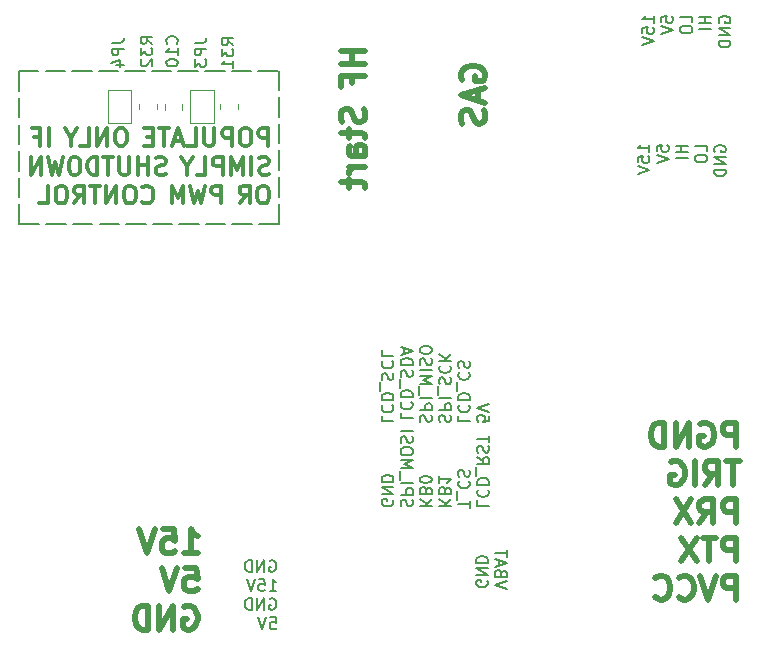
<source format=gbr>
%TF.GenerationSoftware,KiCad,Pcbnew,(6.99.0-3568-gdcfcfd5f29)*%
%TF.CreationDate,2022-10-11T21:14:32+03:00*%
%TF.ProjectId,welder ac diy mainboard,77656c64-6572-4206-9163-20646979206d,rev?*%
%TF.SameCoordinates,Original*%
%TF.FileFunction,Legend,Bot*%
%TF.FilePolarity,Positive*%
%FSLAX46Y46*%
G04 Gerber Fmt 4.6, Leading zero omitted, Abs format (unit mm)*
G04 Created by KiCad (PCBNEW (6.99.0-3568-gdcfcfd5f29)) date 2022-10-11 21:14:32*
%MOMM*%
%LPD*%
G01*
G04 APERTURE LIST*
%ADD10C,0.150000*%
%ADD11C,0.500000*%
%ADD12C,0.300000*%
%ADD13C,0.120000*%
G04 APERTURE END LIST*
D10*
X71755095Y-103825000D02*
X71850333Y-103777380D01*
X71850333Y-103777380D02*
X71993190Y-103777380D01*
X71993190Y-103777380D02*
X72136047Y-103825000D01*
X72136047Y-103825000D02*
X72231285Y-103920238D01*
X72231285Y-103920238D02*
X72278904Y-104015476D01*
X72278904Y-104015476D02*
X72326523Y-104205952D01*
X72326523Y-104205952D02*
X72326523Y-104348809D01*
X72326523Y-104348809D02*
X72278904Y-104539285D01*
X72278904Y-104539285D02*
X72231285Y-104634523D01*
X72231285Y-104634523D02*
X72136047Y-104729761D01*
X72136047Y-104729761D02*
X71993190Y-104777380D01*
X71993190Y-104777380D02*
X71897952Y-104777380D01*
X71897952Y-104777380D02*
X71755095Y-104729761D01*
X71755095Y-104729761D02*
X71707476Y-104682142D01*
X71707476Y-104682142D02*
X71707476Y-104348809D01*
X71707476Y-104348809D02*
X71897952Y-104348809D01*
X71278904Y-104777380D02*
X71278904Y-103777380D01*
X71278904Y-103777380D02*
X70707476Y-104777380D01*
X70707476Y-104777380D02*
X70707476Y-103777380D01*
X70231285Y-104777380D02*
X70231285Y-103777380D01*
X70231285Y-103777380D02*
X69993190Y-103777380D01*
X69993190Y-103777380D02*
X69850333Y-103825000D01*
X69850333Y-103825000D02*
X69755095Y-103920238D01*
X69755095Y-103920238D02*
X69707476Y-104015476D01*
X69707476Y-104015476D02*
X69659857Y-104205952D01*
X69659857Y-104205952D02*
X69659857Y-104348809D01*
X69659857Y-104348809D02*
X69707476Y-104539285D01*
X69707476Y-104539285D02*
X69755095Y-104634523D01*
X69755095Y-104634523D02*
X69850333Y-104729761D01*
X69850333Y-104729761D02*
X69993190Y-104777380D01*
X69993190Y-104777380D02*
X70231285Y-104777380D01*
X71755095Y-106397380D02*
X72326523Y-106397380D01*
X72040809Y-106397380D02*
X72040809Y-105397380D01*
X72040809Y-105397380D02*
X72136047Y-105540238D01*
X72136047Y-105540238D02*
X72231285Y-105635476D01*
X72231285Y-105635476D02*
X72326523Y-105683095D01*
X70850333Y-105397380D02*
X71326523Y-105397380D01*
X71326523Y-105397380D02*
X71374142Y-105873571D01*
X71374142Y-105873571D02*
X71326523Y-105825952D01*
X71326523Y-105825952D02*
X71231285Y-105778333D01*
X71231285Y-105778333D02*
X70993190Y-105778333D01*
X70993190Y-105778333D02*
X70897952Y-105825952D01*
X70897952Y-105825952D02*
X70850333Y-105873571D01*
X70850333Y-105873571D02*
X70802714Y-105968809D01*
X70802714Y-105968809D02*
X70802714Y-106206904D01*
X70802714Y-106206904D02*
X70850333Y-106302142D01*
X70850333Y-106302142D02*
X70897952Y-106349761D01*
X70897952Y-106349761D02*
X70993190Y-106397380D01*
X70993190Y-106397380D02*
X71231285Y-106397380D01*
X71231285Y-106397380D02*
X71326523Y-106349761D01*
X71326523Y-106349761D02*
X71374142Y-106302142D01*
X70516999Y-105397380D02*
X70183666Y-106397380D01*
X70183666Y-106397380D02*
X69850333Y-105397380D01*
X71755095Y-107065000D02*
X71850333Y-107017380D01*
X71850333Y-107017380D02*
X71993190Y-107017380D01*
X71993190Y-107017380D02*
X72136047Y-107065000D01*
X72136047Y-107065000D02*
X72231285Y-107160238D01*
X72231285Y-107160238D02*
X72278904Y-107255476D01*
X72278904Y-107255476D02*
X72326523Y-107445952D01*
X72326523Y-107445952D02*
X72326523Y-107588809D01*
X72326523Y-107588809D02*
X72278904Y-107779285D01*
X72278904Y-107779285D02*
X72231285Y-107874523D01*
X72231285Y-107874523D02*
X72136047Y-107969761D01*
X72136047Y-107969761D02*
X71993190Y-108017380D01*
X71993190Y-108017380D02*
X71897952Y-108017380D01*
X71897952Y-108017380D02*
X71755095Y-107969761D01*
X71755095Y-107969761D02*
X71707476Y-107922142D01*
X71707476Y-107922142D02*
X71707476Y-107588809D01*
X71707476Y-107588809D02*
X71897952Y-107588809D01*
X71278904Y-108017380D02*
X71278904Y-107017380D01*
X71278904Y-107017380D02*
X70707476Y-108017380D01*
X70707476Y-108017380D02*
X70707476Y-107017380D01*
X70231285Y-108017380D02*
X70231285Y-107017380D01*
X70231285Y-107017380D02*
X69993190Y-107017380D01*
X69993190Y-107017380D02*
X69850333Y-107065000D01*
X69850333Y-107065000D02*
X69755095Y-107160238D01*
X69755095Y-107160238D02*
X69707476Y-107255476D01*
X69707476Y-107255476D02*
X69659857Y-107445952D01*
X69659857Y-107445952D02*
X69659857Y-107588809D01*
X69659857Y-107588809D02*
X69707476Y-107779285D01*
X69707476Y-107779285D02*
X69755095Y-107874523D01*
X69755095Y-107874523D02*
X69850333Y-107969761D01*
X69850333Y-107969761D02*
X69993190Y-108017380D01*
X69993190Y-108017380D02*
X70231285Y-108017380D01*
X71802714Y-108637380D02*
X72278904Y-108637380D01*
X72278904Y-108637380D02*
X72326523Y-109113571D01*
X72326523Y-109113571D02*
X72278904Y-109065952D01*
X72278904Y-109065952D02*
X72183666Y-109018333D01*
X72183666Y-109018333D02*
X71945571Y-109018333D01*
X71945571Y-109018333D02*
X71850333Y-109065952D01*
X71850333Y-109065952D02*
X71802714Y-109113571D01*
X71802714Y-109113571D02*
X71755095Y-109208809D01*
X71755095Y-109208809D02*
X71755095Y-109446904D01*
X71755095Y-109446904D02*
X71802714Y-109542142D01*
X71802714Y-109542142D02*
X71850333Y-109589761D01*
X71850333Y-109589761D02*
X71945571Y-109637380D01*
X71945571Y-109637380D02*
X72183666Y-109637380D01*
X72183666Y-109637380D02*
X72278904Y-109589761D01*
X72278904Y-109589761D02*
X72326523Y-109542142D01*
X71469380Y-108637380D02*
X71136047Y-109637380D01*
X71136047Y-109637380D02*
X70802714Y-108637380D01*
X91864619Y-106203761D02*
X90864619Y-105870428D01*
X90864619Y-105870428D02*
X91864619Y-105537095D01*
X91388428Y-104870428D02*
X91340809Y-104727571D01*
X91340809Y-104727571D02*
X91293190Y-104679952D01*
X91293190Y-104679952D02*
X91197952Y-104632333D01*
X91197952Y-104632333D02*
X91055095Y-104632333D01*
X91055095Y-104632333D02*
X90959857Y-104679952D01*
X90959857Y-104679952D02*
X90912238Y-104727571D01*
X90912238Y-104727571D02*
X90864619Y-104822809D01*
X90864619Y-104822809D02*
X90864619Y-105203761D01*
X90864619Y-105203761D02*
X91864619Y-105203761D01*
X91864619Y-105203761D02*
X91864619Y-104870428D01*
X91864619Y-104870428D02*
X91817000Y-104775190D01*
X91817000Y-104775190D02*
X91769380Y-104727571D01*
X91769380Y-104727571D02*
X91674142Y-104679952D01*
X91674142Y-104679952D02*
X91578904Y-104679952D01*
X91578904Y-104679952D02*
X91483666Y-104727571D01*
X91483666Y-104727571D02*
X91436047Y-104775190D01*
X91436047Y-104775190D02*
X91388428Y-104870428D01*
X91388428Y-104870428D02*
X91388428Y-105203761D01*
X91150333Y-104251380D02*
X91150333Y-103775190D01*
X90864619Y-104346618D02*
X91864619Y-104013285D01*
X91864619Y-104013285D02*
X90864619Y-103679952D01*
X91864619Y-103489475D02*
X91864619Y-102918047D01*
X90864619Y-103203761D02*
X91864619Y-103203761D01*
X90197000Y-105537095D02*
X90244619Y-105632333D01*
X90244619Y-105632333D02*
X90244619Y-105775190D01*
X90244619Y-105775190D02*
X90197000Y-105918047D01*
X90197000Y-105918047D02*
X90101761Y-106013285D01*
X90101761Y-106013285D02*
X90006523Y-106060904D01*
X90006523Y-106060904D02*
X89816047Y-106108523D01*
X89816047Y-106108523D02*
X89673190Y-106108523D01*
X89673190Y-106108523D02*
X89482714Y-106060904D01*
X89482714Y-106060904D02*
X89387476Y-106013285D01*
X89387476Y-106013285D02*
X89292238Y-105918047D01*
X89292238Y-105918047D02*
X89244619Y-105775190D01*
X89244619Y-105775190D02*
X89244619Y-105679952D01*
X89244619Y-105679952D02*
X89292238Y-105537095D01*
X89292238Y-105537095D02*
X89339857Y-105489476D01*
X89339857Y-105489476D02*
X89673190Y-105489476D01*
X89673190Y-105489476D02*
X89673190Y-105679952D01*
X89244619Y-105060904D02*
X90244619Y-105060904D01*
X90244619Y-105060904D02*
X89244619Y-104489476D01*
X89244619Y-104489476D02*
X90244619Y-104489476D01*
X89244619Y-104013285D02*
X90244619Y-104013285D01*
X90244619Y-104013285D02*
X90244619Y-103775190D01*
X90244619Y-103775190D02*
X90197000Y-103632333D01*
X90197000Y-103632333D02*
X90101761Y-103537095D01*
X90101761Y-103537095D02*
X90006523Y-103489476D01*
X90006523Y-103489476D02*
X89816047Y-103441857D01*
X89816047Y-103441857D02*
X89673190Y-103441857D01*
X89673190Y-103441857D02*
X89482714Y-103489476D01*
X89482714Y-103489476D02*
X89387476Y-103537095D01*
X89387476Y-103537095D02*
X89292238Y-103632333D01*
X89292238Y-103632333D02*
X89244619Y-103775190D01*
X89244619Y-103775190D02*
X89244619Y-104013285D01*
X89343619Y-98726714D02*
X89343619Y-99202904D01*
X89343619Y-99202904D02*
X90343619Y-99202904D01*
X89438857Y-97821952D02*
X89391238Y-97869571D01*
X89391238Y-97869571D02*
X89343619Y-98012428D01*
X89343619Y-98012428D02*
X89343619Y-98107666D01*
X89343619Y-98107666D02*
X89391238Y-98250523D01*
X89391238Y-98250523D02*
X89486476Y-98345761D01*
X89486476Y-98345761D02*
X89581714Y-98393380D01*
X89581714Y-98393380D02*
X89772190Y-98440999D01*
X89772190Y-98440999D02*
X89915047Y-98440999D01*
X89915047Y-98440999D02*
X90105523Y-98393380D01*
X90105523Y-98393380D02*
X90200761Y-98345761D01*
X90200761Y-98345761D02*
X90296000Y-98250523D01*
X90296000Y-98250523D02*
X90343619Y-98107666D01*
X90343619Y-98107666D02*
X90343619Y-98012428D01*
X90343619Y-98012428D02*
X90296000Y-97869571D01*
X90296000Y-97869571D02*
X90248380Y-97821952D01*
X89343619Y-97393380D02*
X90343619Y-97393380D01*
X90343619Y-97393380D02*
X90343619Y-97155285D01*
X90343619Y-97155285D02*
X90296000Y-97012428D01*
X90296000Y-97012428D02*
X90200761Y-96917190D01*
X90200761Y-96917190D02*
X90105523Y-96869571D01*
X90105523Y-96869571D02*
X89915047Y-96821952D01*
X89915047Y-96821952D02*
X89772190Y-96821952D01*
X89772190Y-96821952D02*
X89581714Y-96869571D01*
X89581714Y-96869571D02*
X89486476Y-96917190D01*
X89486476Y-96917190D02*
X89391238Y-97012428D01*
X89391238Y-97012428D02*
X89343619Y-97155285D01*
X89343619Y-97155285D02*
X89343619Y-97393380D01*
X89248380Y-96631476D02*
X89248380Y-95869571D01*
X89343619Y-95060047D02*
X89819809Y-95393380D01*
X89343619Y-95631475D02*
X90343619Y-95631475D01*
X90343619Y-95631475D02*
X90343619Y-95250523D01*
X90343619Y-95250523D02*
X90296000Y-95155285D01*
X90296000Y-95155285D02*
X90248380Y-95107666D01*
X90248380Y-95107666D02*
X90153142Y-95060047D01*
X90153142Y-95060047D02*
X90010285Y-95060047D01*
X90010285Y-95060047D02*
X89915047Y-95107666D01*
X89915047Y-95107666D02*
X89867428Y-95155285D01*
X89867428Y-95155285D02*
X89819809Y-95250523D01*
X89819809Y-95250523D02*
X89819809Y-95631475D01*
X89391238Y-94679094D02*
X89343619Y-94536237D01*
X89343619Y-94536237D02*
X89343619Y-94298142D01*
X89343619Y-94298142D02*
X89391238Y-94202904D01*
X89391238Y-94202904D02*
X89438857Y-94155285D01*
X89438857Y-94155285D02*
X89534095Y-94107666D01*
X89534095Y-94107666D02*
X89629333Y-94107666D01*
X89629333Y-94107666D02*
X89724571Y-94155285D01*
X89724571Y-94155285D02*
X89772190Y-94202904D01*
X89772190Y-94202904D02*
X89819809Y-94298142D01*
X89819809Y-94298142D02*
X89867428Y-94488618D01*
X89867428Y-94488618D02*
X89915047Y-94583856D01*
X89915047Y-94583856D02*
X89962666Y-94631475D01*
X89962666Y-94631475D02*
X90057904Y-94679094D01*
X90057904Y-94679094D02*
X90153142Y-94679094D01*
X90153142Y-94679094D02*
X90248380Y-94631475D01*
X90248380Y-94631475D02*
X90296000Y-94583856D01*
X90296000Y-94583856D02*
X90343619Y-94488618D01*
X90343619Y-94488618D02*
X90343619Y-94250523D01*
X90343619Y-94250523D02*
X90296000Y-94107666D01*
X90343619Y-93821951D02*
X90343619Y-93250523D01*
X89343619Y-93536237D02*
X90343619Y-93536237D01*
X90343619Y-91566714D02*
X90343619Y-92042904D01*
X90343619Y-92042904D02*
X89867428Y-92090523D01*
X89867428Y-92090523D02*
X89915047Y-92042904D01*
X89915047Y-92042904D02*
X89962666Y-91947666D01*
X89962666Y-91947666D02*
X89962666Y-91709571D01*
X89962666Y-91709571D02*
X89915047Y-91614333D01*
X89915047Y-91614333D02*
X89867428Y-91566714D01*
X89867428Y-91566714D02*
X89772190Y-91519095D01*
X89772190Y-91519095D02*
X89534095Y-91519095D01*
X89534095Y-91519095D02*
X89438857Y-91566714D01*
X89438857Y-91566714D02*
X89391238Y-91614333D01*
X89391238Y-91614333D02*
X89343619Y-91709571D01*
X89343619Y-91709571D02*
X89343619Y-91947666D01*
X89343619Y-91947666D02*
X89391238Y-92042904D01*
X89391238Y-92042904D02*
X89438857Y-92090523D01*
X90343619Y-91233380D02*
X89343619Y-90900047D01*
X89343619Y-90900047D02*
X90343619Y-90566714D01*
X88723619Y-99345761D02*
X88723619Y-98774333D01*
X87723619Y-99060047D02*
X88723619Y-99060047D01*
X87628380Y-98679095D02*
X87628380Y-97917190D01*
X87818857Y-97107666D02*
X87771238Y-97155285D01*
X87771238Y-97155285D02*
X87723619Y-97298142D01*
X87723619Y-97298142D02*
X87723619Y-97393380D01*
X87723619Y-97393380D02*
X87771238Y-97536237D01*
X87771238Y-97536237D02*
X87866476Y-97631475D01*
X87866476Y-97631475D02*
X87961714Y-97679094D01*
X87961714Y-97679094D02*
X88152190Y-97726713D01*
X88152190Y-97726713D02*
X88295047Y-97726713D01*
X88295047Y-97726713D02*
X88485523Y-97679094D01*
X88485523Y-97679094D02*
X88580761Y-97631475D01*
X88580761Y-97631475D02*
X88676000Y-97536237D01*
X88676000Y-97536237D02*
X88723619Y-97393380D01*
X88723619Y-97393380D02*
X88723619Y-97298142D01*
X88723619Y-97298142D02*
X88676000Y-97155285D01*
X88676000Y-97155285D02*
X88628380Y-97107666D01*
X87771238Y-96726713D02*
X87723619Y-96583856D01*
X87723619Y-96583856D02*
X87723619Y-96345761D01*
X87723619Y-96345761D02*
X87771238Y-96250523D01*
X87771238Y-96250523D02*
X87818857Y-96202904D01*
X87818857Y-96202904D02*
X87914095Y-96155285D01*
X87914095Y-96155285D02*
X88009333Y-96155285D01*
X88009333Y-96155285D02*
X88104571Y-96202904D01*
X88104571Y-96202904D02*
X88152190Y-96250523D01*
X88152190Y-96250523D02*
X88199809Y-96345761D01*
X88199809Y-96345761D02*
X88247428Y-96536237D01*
X88247428Y-96536237D02*
X88295047Y-96631475D01*
X88295047Y-96631475D02*
X88342666Y-96679094D01*
X88342666Y-96679094D02*
X88437904Y-96726713D01*
X88437904Y-96726713D02*
X88533142Y-96726713D01*
X88533142Y-96726713D02*
X88628380Y-96679094D01*
X88628380Y-96679094D02*
X88676000Y-96631475D01*
X88676000Y-96631475D02*
X88723619Y-96536237D01*
X88723619Y-96536237D02*
X88723619Y-96298142D01*
X88723619Y-96298142D02*
X88676000Y-96155285D01*
X87723619Y-91566714D02*
X87723619Y-92042904D01*
X87723619Y-92042904D02*
X88723619Y-92042904D01*
X87818857Y-90661952D02*
X87771238Y-90709571D01*
X87771238Y-90709571D02*
X87723619Y-90852428D01*
X87723619Y-90852428D02*
X87723619Y-90947666D01*
X87723619Y-90947666D02*
X87771238Y-91090523D01*
X87771238Y-91090523D02*
X87866476Y-91185761D01*
X87866476Y-91185761D02*
X87961714Y-91233380D01*
X87961714Y-91233380D02*
X88152190Y-91280999D01*
X88152190Y-91280999D02*
X88295047Y-91280999D01*
X88295047Y-91280999D02*
X88485523Y-91233380D01*
X88485523Y-91233380D02*
X88580761Y-91185761D01*
X88580761Y-91185761D02*
X88676000Y-91090523D01*
X88676000Y-91090523D02*
X88723619Y-90947666D01*
X88723619Y-90947666D02*
X88723619Y-90852428D01*
X88723619Y-90852428D02*
X88676000Y-90709571D01*
X88676000Y-90709571D02*
X88628380Y-90661952D01*
X87723619Y-90233380D02*
X88723619Y-90233380D01*
X88723619Y-90233380D02*
X88723619Y-89995285D01*
X88723619Y-89995285D02*
X88676000Y-89852428D01*
X88676000Y-89852428D02*
X88580761Y-89757190D01*
X88580761Y-89757190D02*
X88485523Y-89709571D01*
X88485523Y-89709571D02*
X88295047Y-89661952D01*
X88295047Y-89661952D02*
X88152190Y-89661952D01*
X88152190Y-89661952D02*
X87961714Y-89709571D01*
X87961714Y-89709571D02*
X87866476Y-89757190D01*
X87866476Y-89757190D02*
X87771238Y-89852428D01*
X87771238Y-89852428D02*
X87723619Y-89995285D01*
X87723619Y-89995285D02*
X87723619Y-90233380D01*
X87628380Y-89471476D02*
X87628380Y-88709571D01*
X87818857Y-87900047D02*
X87771238Y-87947666D01*
X87771238Y-87947666D02*
X87723619Y-88090523D01*
X87723619Y-88090523D02*
X87723619Y-88185761D01*
X87723619Y-88185761D02*
X87771238Y-88328618D01*
X87771238Y-88328618D02*
X87866476Y-88423856D01*
X87866476Y-88423856D02*
X87961714Y-88471475D01*
X87961714Y-88471475D02*
X88152190Y-88519094D01*
X88152190Y-88519094D02*
X88295047Y-88519094D01*
X88295047Y-88519094D02*
X88485523Y-88471475D01*
X88485523Y-88471475D02*
X88580761Y-88423856D01*
X88580761Y-88423856D02*
X88676000Y-88328618D01*
X88676000Y-88328618D02*
X88723619Y-88185761D01*
X88723619Y-88185761D02*
X88723619Y-88090523D01*
X88723619Y-88090523D02*
X88676000Y-87947666D01*
X88676000Y-87947666D02*
X88628380Y-87900047D01*
X87771238Y-87519094D02*
X87723619Y-87376237D01*
X87723619Y-87376237D02*
X87723619Y-87138142D01*
X87723619Y-87138142D02*
X87771238Y-87042904D01*
X87771238Y-87042904D02*
X87818857Y-86995285D01*
X87818857Y-86995285D02*
X87914095Y-86947666D01*
X87914095Y-86947666D02*
X88009333Y-86947666D01*
X88009333Y-86947666D02*
X88104571Y-86995285D01*
X88104571Y-86995285D02*
X88152190Y-87042904D01*
X88152190Y-87042904D02*
X88199809Y-87138142D01*
X88199809Y-87138142D02*
X88247428Y-87328618D01*
X88247428Y-87328618D02*
X88295047Y-87423856D01*
X88295047Y-87423856D02*
X88342666Y-87471475D01*
X88342666Y-87471475D02*
X88437904Y-87519094D01*
X88437904Y-87519094D02*
X88533142Y-87519094D01*
X88533142Y-87519094D02*
X88628380Y-87471475D01*
X88628380Y-87471475D02*
X88676000Y-87423856D01*
X88676000Y-87423856D02*
X88723619Y-87328618D01*
X88723619Y-87328618D02*
X88723619Y-87090523D01*
X88723619Y-87090523D02*
X88676000Y-86947666D01*
X86103619Y-99202904D02*
X87103619Y-99202904D01*
X86103619Y-98631476D02*
X86675047Y-99060047D01*
X87103619Y-98631476D02*
X86532190Y-99202904D01*
X86627428Y-97869571D02*
X86579809Y-97726714D01*
X86579809Y-97726714D02*
X86532190Y-97679095D01*
X86532190Y-97679095D02*
X86436952Y-97631476D01*
X86436952Y-97631476D02*
X86294095Y-97631476D01*
X86294095Y-97631476D02*
X86198857Y-97679095D01*
X86198857Y-97679095D02*
X86151238Y-97726714D01*
X86151238Y-97726714D02*
X86103619Y-97821952D01*
X86103619Y-97821952D02*
X86103619Y-98202904D01*
X86103619Y-98202904D02*
X87103619Y-98202904D01*
X87103619Y-98202904D02*
X87103619Y-97869571D01*
X87103619Y-97869571D02*
X87056000Y-97774333D01*
X87056000Y-97774333D02*
X87008380Y-97726714D01*
X87008380Y-97726714D02*
X86913142Y-97679095D01*
X86913142Y-97679095D02*
X86817904Y-97679095D01*
X86817904Y-97679095D02*
X86722666Y-97726714D01*
X86722666Y-97726714D02*
X86675047Y-97774333D01*
X86675047Y-97774333D02*
X86627428Y-97869571D01*
X86627428Y-97869571D02*
X86627428Y-98202904D01*
X86103619Y-96679095D02*
X86103619Y-97250523D01*
X86103619Y-96964809D02*
X87103619Y-96964809D01*
X87103619Y-96964809D02*
X86960761Y-97060047D01*
X86960761Y-97060047D02*
X86865523Y-97155285D01*
X86865523Y-97155285D02*
X86817904Y-97250523D01*
X86151238Y-92090523D02*
X86103619Y-91947666D01*
X86103619Y-91947666D02*
X86103619Y-91709571D01*
X86103619Y-91709571D02*
X86151238Y-91614333D01*
X86151238Y-91614333D02*
X86198857Y-91566714D01*
X86198857Y-91566714D02*
X86294095Y-91519095D01*
X86294095Y-91519095D02*
X86389333Y-91519095D01*
X86389333Y-91519095D02*
X86484571Y-91566714D01*
X86484571Y-91566714D02*
X86532190Y-91614333D01*
X86532190Y-91614333D02*
X86579809Y-91709571D01*
X86579809Y-91709571D02*
X86627428Y-91900047D01*
X86627428Y-91900047D02*
X86675047Y-91995285D01*
X86675047Y-91995285D02*
X86722666Y-92042904D01*
X86722666Y-92042904D02*
X86817904Y-92090523D01*
X86817904Y-92090523D02*
X86913142Y-92090523D01*
X86913142Y-92090523D02*
X87008380Y-92042904D01*
X87008380Y-92042904D02*
X87056000Y-91995285D01*
X87056000Y-91995285D02*
X87103619Y-91900047D01*
X87103619Y-91900047D02*
X87103619Y-91661952D01*
X87103619Y-91661952D02*
X87056000Y-91519095D01*
X86103619Y-91090523D02*
X87103619Y-91090523D01*
X87103619Y-91090523D02*
X87103619Y-90709571D01*
X87103619Y-90709571D02*
X87056000Y-90614333D01*
X87056000Y-90614333D02*
X87008380Y-90566714D01*
X87008380Y-90566714D02*
X86913142Y-90519095D01*
X86913142Y-90519095D02*
X86770285Y-90519095D01*
X86770285Y-90519095D02*
X86675047Y-90566714D01*
X86675047Y-90566714D02*
X86627428Y-90614333D01*
X86627428Y-90614333D02*
X86579809Y-90709571D01*
X86579809Y-90709571D02*
X86579809Y-91090523D01*
X86103619Y-90090523D02*
X87103619Y-90090523D01*
X86008380Y-89852429D02*
X86008380Y-89090524D01*
X86151238Y-88900047D02*
X86103619Y-88757190D01*
X86103619Y-88757190D02*
X86103619Y-88519095D01*
X86103619Y-88519095D02*
X86151238Y-88423857D01*
X86151238Y-88423857D02*
X86198857Y-88376238D01*
X86198857Y-88376238D02*
X86294095Y-88328619D01*
X86294095Y-88328619D02*
X86389333Y-88328619D01*
X86389333Y-88328619D02*
X86484571Y-88376238D01*
X86484571Y-88376238D02*
X86532190Y-88423857D01*
X86532190Y-88423857D02*
X86579809Y-88519095D01*
X86579809Y-88519095D02*
X86627428Y-88709571D01*
X86627428Y-88709571D02*
X86675047Y-88804809D01*
X86675047Y-88804809D02*
X86722666Y-88852428D01*
X86722666Y-88852428D02*
X86817904Y-88900047D01*
X86817904Y-88900047D02*
X86913142Y-88900047D01*
X86913142Y-88900047D02*
X87008380Y-88852428D01*
X87008380Y-88852428D02*
X87056000Y-88804809D01*
X87056000Y-88804809D02*
X87103619Y-88709571D01*
X87103619Y-88709571D02*
X87103619Y-88471476D01*
X87103619Y-88471476D02*
X87056000Y-88328619D01*
X86198857Y-87328619D02*
X86151238Y-87376238D01*
X86151238Y-87376238D02*
X86103619Y-87519095D01*
X86103619Y-87519095D02*
X86103619Y-87614333D01*
X86103619Y-87614333D02*
X86151238Y-87757190D01*
X86151238Y-87757190D02*
X86246476Y-87852428D01*
X86246476Y-87852428D02*
X86341714Y-87900047D01*
X86341714Y-87900047D02*
X86532190Y-87947666D01*
X86532190Y-87947666D02*
X86675047Y-87947666D01*
X86675047Y-87947666D02*
X86865523Y-87900047D01*
X86865523Y-87900047D02*
X86960761Y-87852428D01*
X86960761Y-87852428D02*
X87056000Y-87757190D01*
X87056000Y-87757190D02*
X87103619Y-87614333D01*
X87103619Y-87614333D02*
X87103619Y-87519095D01*
X87103619Y-87519095D02*
X87056000Y-87376238D01*
X87056000Y-87376238D02*
X87008380Y-87328619D01*
X86103619Y-86900047D02*
X87103619Y-86900047D01*
X86103619Y-86328619D02*
X86675047Y-86757190D01*
X87103619Y-86328619D02*
X86532190Y-86900047D01*
X84483619Y-99202904D02*
X85483619Y-99202904D01*
X84483619Y-98631476D02*
X85055047Y-99060047D01*
X85483619Y-98631476D02*
X84912190Y-99202904D01*
X85007428Y-97869571D02*
X84959809Y-97726714D01*
X84959809Y-97726714D02*
X84912190Y-97679095D01*
X84912190Y-97679095D02*
X84816952Y-97631476D01*
X84816952Y-97631476D02*
X84674095Y-97631476D01*
X84674095Y-97631476D02*
X84578857Y-97679095D01*
X84578857Y-97679095D02*
X84531238Y-97726714D01*
X84531238Y-97726714D02*
X84483619Y-97821952D01*
X84483619Y-97821952D02*
X84483619Y-98202904D01*
X84483619Y-98202904D02*
X85483619Y-98202904D01*
X85483619Y-98202904D02*
X85483619Y-97869571D01*
X85483619Y-97869571D02*
X85436000Y-97774333D01*
X85436000Y-97774333D02*
X85388380Y-97726714D01*
X85388380Y-97726714D02*
X85293142Y-97679095D01*
X85293142Y-97679095D02*
X85197904Y-97679095D01*
X85197904Y-97679095D02*
X85102666Y-97726714D01*
X85102666Y-97726714D02*
X85055047Y-97774333D01*
X85055047Y-97774333D02*
X85007428Y-97869571D01*
X85007428Y-97869571D02*
X85007428Y-98202904D01*
X85483619Y-97012428D02*
X85483619Y-96917190D01*
X85483619Y-96917190D02*
X85436000Y-96821952D01*
X85436000Y-96821952D02*
X85388380Y-96774333D01*
X85388380Y-96774333D02*
X85293142Y-96726714D01*
X85293142Y-96726714D02*
X85102666Y-96679095D01*
X85102666Y-96679095D02*
X84864571Y-96679095D01*
X84864571Y-96679095D02*
X84674095Y-96726714D01*
X84674095Y-96726714D02*
X84578857Y-96774333D01*
X84578857Y-96774333D02*
X84531238Y-96821952D01*
X84531238Y-96821952D02*
X84483619Y-96917190D01*
X84483619Y-96917190D02*
X84483619Y-97012428D01*
X84483619Y-97012428D02*
X84531238Y-97107666D01*
X84531238Y-97107666D02*
X84578857Y-97155285D01*
X84578857Y-97155285D02*
X84674095Y-97202904D01*
X84674095Y-97202904D02*
X84864571Y-97250523D01*
X84864571Y-97250523D02*
X85102666Y-97250523D01*
X85102666Y-97250523D02*
X85293142Y-97202904D01*
X85293142Y-97202904D02*
X85388380Y-97155285D01*
X85388380Y-97155285D02*
X85436000Y-97107666D01*
X85436000Y-97107666D02*
X85483619Y-97012428D01*
X84531238Y-92090523D02*
X84483619Y-91947666D01*
X84483619Y-91947666D02*
X84483619Y-91709571D01*
X84483619Y-91709571D02*
X84531238Y-91614333D01*
X84531238Y-91614333D02*
X84578857Y-91566714D01*
X84578857Y-91566714D02*
X84674095Y-91519095D01*
X84674095Y-91519095D02*
X84769333Y-91519095D01*
X84769333Y-91519095D02*
X84864571Y-91566714D01*
X84864571Y-91566714D02*
X84912190Y-91614333D01*
X84912190Y-91614333D02*
X84959809Y-91709571D01*
X84959809Y-91709571D02*
X85007428Y-91900047D01*
X85007428Y-91900047D02*
X85055047Y-91995285D01*
X85055047Y-91995285D02*
X85102666Y-92042904D01*
X85102666Y-92042904D02*
X85197904Y-92090523D01*
X85197904Y-92090523D02*
X85293142Y-92090523D01*
X85293142Y-92090523D02*
X85388380Y-92042904D01*
X85388380Y-92042904D02*
X85436000Y-91995285D01*
X85436000Y-91995285D02*
X85483619Y-91900047D01*
X85483619Y-91900047D02*
X85483619Y-91661952D01*
X85483619Y-91661952D02*
X85436000Y-91519095D01*
X84483619Y-91090523D02*
X85483619Y-91090523D01*
X85483619Y-91090523D02*
X85483619Y-90709571D01*
X85483619Y-90709571D02*
X85436000Y-90614333D01*
X85436000Y-90614333D02*
X85388380Y-90566714D01*
X85388380Y-90566714D02*
X85293142Y-90519095D01*
X85293142Y-90519095D02*
X85150285Y-90519095D01*
X85150285Y-90519095D02*
X85055047Y-90566714D01*
X85055047Y-90566714D02*
X85007428Y-90614333D01*
X85007428Y-90614333D02*
X84959809Y-90709571D01*
X84959809Y-90709571D02*
X84959809Y-91090523D01*
X84483619Y-90090523D02*
X85483619Y-90090523D01*
X84388380Y-89852429D02*
X84388380Y-89090524D01*
X84483619Y-88852428D02*
X85483619Y-88852428D01*
X85483619Y-88852428D02*
X84769333Y-88519095D01*
X84769333Y-88519095D02*
X85483619Y-88185762D01*
X85483619Y-88185762D02*
X84483619Y-88185762D01*
X84483619Y-87709571D02*
X85483619Y-87709571D01*
X84531238Y-87281000D02*
X84483619Y-87138143D01*
X84483619Y-87138143D02*
X84483619Y-86900048D01*
X84483619Y-86900048D02*
X84531238Y-86804810D01*
X84531238Y-86804810D02*
X84578857Y-86757191D01*
X84578857Y-86757191D02*
X84674095Y-86709572D01*
X84674095Y-86709572D02*
X84769333Y-86709572D01*
X84769333Y-86709572D02*
X84864571Y-86757191D01*
X84864571Y-86757191D02*
X84912190Y-86804810D01*
X84912190Y-86804810D02*
X84959809Y-86900048D01*
X84959809Y-86900048D02*
X85007428Y-87090524D01*
X85007428Y-87090524D02*
X85055047Y-87185762D01*
X85055047Y-87185762D02*
X85102666Y-87233381D01*
X85102666Y-87233381D02*
X85197904Y-87281000D01*
X85197904Y-87281000D02*
X85293142Y-87281000D01*
X85293142Y-87281000D02*
X85388380Y-87233381D01*
X85388380Y-87233381D02*
X85436000Y-87185762D01*
X85436000Y-87185762D02*
X85483619Y-87090524D01*
X85483619Y-87090524D02*
X85483619Y-86852429D01*
X85483619Y-86852429D02*
X85436000Y-86709572D01*
X85483619Y-86090524D02*
X85483619Y-85900048D01*
X85483619Y-85900048D02*
X85436000Y-85804810D01*
X85436000Y-85804810D02*
X85340761Y-85709572D01*
X85340761Y-85709572D02*
X85150285Y-85661953D01*
X85150285Y-85661953D02*
X84816952Y-85661953D01*
X84816952Y-85661953D02*
X84626476Y-85709572D01*
X84626476Y-85709572D02*
X84531238Y-85804810D01*
X84531238Y-85804810D02*
X84483619Y-85900048D01*
X84483619Y-85900048D02*
X84483619Y-86090524D01*
X84483619Y-86090524D02*
X84531238Y-86185762D01*
X84531238Y-86185762D02*
X84626476Y-86281000D01*
X84626476Y-86281000D02*
X84816952Y-86328619D01*
X84816952Y-86328619D02*
X85150285Y-86328619D01*
X85150285Y-86328619D02*
X85340761Y-86281000D01*
X85340761Y-86281000D02*
X85436000Y-86185762D01*
X85436000Y-86185762D02*
X85483619Y-86090524D01*
X82911238Y-99250523D02*
X82863619Y-99107666D01*
X82863619Y-99107666D02*
X82863619Y-98869571D01*
X82863619Y-98869571D02*
X82911238Y-98774333D01*
X82911238Y-98774333D02*
X82958857Y-98726714D01*
X82958857Y-98726714D02*
X83054095Y-98679095D01*
X83054095Y-98679095D02*
X83149333Y-98679095D01*
X83149333Y-98679095D02*
X83244571Y-98726714D01*
X83244571Y-98726714D02*
X83292190Y-98774333D01*
X83292190Y-98774333D02*
X83339809Y-98869571D01*
X83339809Y-98869571D02*
X83387428Y-99060047D01*
X83387428Y-99060047D02*
X83435047Y-99155285D01*
X83435047Y-99155285D02*
X83482666Y-99202904D01*
X83482666Y-99202904D02*
X83577904Y-99250523D01*
X83577904Y-99250523D02*
X83673142Y-99250523D01*
X83673142Y-99250523D02*
X83768380Y-99202904D01*
X83768380Y-99202904D02*
X83816000Y-99155285D01*
X83816000Y-99155285D02*
X83863619Y-99060047D01*
X83863619Y-99060047D02*
X83863619Y-98821952D01*
X83863619Y-98821952D02*
X83816000Y-98679095D01*
X82863619Y-98250523D02*
X83863619Y-98250523D01*
X83863619Y-98250523D02*
X83863619Y-97869571D01*
X83863619Y-97869571D02*
X83816000Y-97774333D01*
X83816000Y-97774333D02*
X83768380Y-97726714D01*
X83768380Y-97726714D02*
X83673142Y-97679095D01*
X83673142Y-97679095D02*
X83530285Y-97679095D01*
X83530285Y-97679095D02*
X83435047Y-97726714D01*
X83435047Y-97726714D02*
X83387428Y-97774333D01*
X83387428Y-97774333D02*
X83339809Y-97869571D01*
X83339809Y-97869571D02*
X83339809Y-98250523D01*
X82863619Y-97250523D02*
X83863619Y-97250523D01*
X82768380Y-97012429D02*
X82768380Y-96250524D01*
X82863619Y-96012428D02*
X83863619Y-96012428D01*
X83863619Y-96012428D02*
X83149333Y-95679095D01*
X83149333Y-95679095D02*
X83863619Y-95345762D01*
X83863619Y-95345762D02*
X82863619Y-95345762D01*
X83863619Y-94679095D02*
X83863619Y-94488619D01*
X83863619Y-94488619D02*
X83816000Y-94393381D01*
X83816000Y-94393381D02*
X83720761Y-94298143D01*
X83720761Y-94298143D02*
X83530285Y-94250524D01*
X83530285Y-94250524D02*
X83196952Y-94250524D01*
X83196952Y-94250524D02*
X83006476Y-94298143D01*
X83006476Y-94298143D02*
X82911238Y-94393381D01*
X82911238Y-94393381D02*
X82863619Y-94488619D01*
X82863619Y-94488619D02*
X82863619Y-94679095D01*
X82863619Y-94679095D02*
X82911238Y-94774333D01*
X82911238Y-94774333D02*
X83006476Y-94869571D01*
X83006476Y-94869571D02*
X83196952Y-94917190D01*
X83196952Y-94917190D02*
X83530285Y-94917190D01*
X83530285Y-94917190D02*
X83720761Y-94869571D01*
X83720761Y-94869571D02*
X83816000Y-94774333D01*
X83816000Y-94774333D02*
X83863619Y-94679095D01*
X82911238Y-93869571D02*
X82863619Y-93726714D01*
X82863619Y-93726714D02*
X82863619Y-93488619D01*
X82863619Y-93488619D02*
X82911238Y-93393381D01*
X82911238Y-93393381D02*
X82958857Y-93345762D01*
X82958857Y-93345762D02*
X83054095Y-93298143D01*
X83054095Y-93298143D02*
X83149333Y-93298143D01*
X83149333Y-93298143D02*
X83244571Y-93345762D01*
X83244571Y-93345762D02*
X83292190Y-93393381D01*
X83292190Y-93393381D02*
X83339809Y-93488619D01*
X83339809Y-93488619D02*
X83387428Y-93679095D01*
X83387428Y-93679095D02*
X83435047Y-93774333D01*
X83435047Y-93774333D02*
X83482666Y-93821952D01*
X83482666Y-93821952D02*
X83577904Y-93869571D01*
X83577904Y-93869571D02*
X83673142Y-93869571D01*
X83673142Y-93869571D02*
X83768380Y-93821952D01*
X83768380Y-93821952D02*
X83816000Y-93774333D01*
X83816000Y-93774333D02*
X83863619Y-93679095D01*
X83863619Y-93679095D02*
X83863619Y-93441000D01*
X83863619Y-93441000D02*
X83816000Y-93298143D01*
X82863619Y-92869571D02*
X83863619Y-92869571D01*
X82863619Y-91317191D02*
X82863619Y-91793381D01*
X82863619Y-91793381D02*
X83863619Y-91793381D01*
X82958857Y-90412429D02*
X82911238Y-90460048D01*
X82911238Y-90460048D02*
X82863619Y-90602905D01*
X82863619Y-90602905D02*
X82863619Y-90698143D01*
X82863619Y-90698143D02*
X82911238Y-90841000D01*
X82911238Y-90841000D02*
X83006476Y-90936238D01*
X83006476Y-90936238D02*
X83101714Y-90983857D01*
X83101714Y-90983857D02*
X83292190Y-91031476D01*
X83292190Y-91031476D02*
X83435047Y-91031476D01*
X83435047Y-91031476D02*
X83625523Y-90983857D01*
X83625523Y-90983857D02*
X83720761Y-90936238D01*
X83720761Y-90936238D02*
X83816000Y-90841000D01*
X83816000Y-90841000D02*
X83863619Y-90698143D01*
X83863619Y-90698143D02*
X83863619Y-90602905D01*
X83863619Y-90602905D02*
X83816000Y-90460048D01*
X83816000Y-90460048D02*
X83768380Y-90412429D01*
X82863619Y-89983857D02*
X83863619Y-89983857D01*
X83863619Y-89983857D02*
X83863619Y-89745762D01*
X83863619Y-89745762D02*
X83816000Y-89602905D01*
X83816000Y-89602905D02*
X83720761Y-89507667D01*
X83720761Y-89507667D02*
X83625523Y-89460048D01*
X83625523Y-89460048D02*
X83435047Y-89412429D01*
X83435047Y-89412429D02*
X83292190Y-89412429D01*
X83292190Y-89412429D02*
X83101714Y-89460048D01*
X83101714Y-89460048D02*
X83006476Y-89507667D01*
X83006476Y-89507667D02*
X82911238Y-89602905D01*
X82911238Y-89602905D02*
X82863619Y-89745762D01*
X82863619Y-89745762D02*
X82863619Y-89983857D01*
X82768380Y-89221953D02*
X82768380Y-88460048D01*
X82911238Y-88269571D02*
X82863619Y-88126714D01*
X82863619Y-88126714D02*
X82863619Y-87888619D01*
X82863619Y-87888619D02*
X82911238Y-87793381D01*
X82911238Y-87793381D02*
X82958857Y-87745762D01*
X82958857Y-87745762D02*
X83054095Y-87698143D01*
X83054095Y-87698143D02*
X83149333Y-87698143D01*
X83149333Y-87698143D02*
X83244571Y-87745762D01*
X83244571Y-87745762D02*
X83292190Y-87793381D01*
X83292190Y-87793381D02*
X83339809Y-87888619D01*
X83339809Y-87888619D02*
X83387428Y-88079095D01*
X83387428Y-88079095D02*
X83435047Y-88174333D01*
X83435047Y-88174333D02*
X83482666Y-88221952D01*
X83482666Y-88221952D02*
X83577904Y-88269571D01*
X83577904Y-88269571D02*
X83673142Y-88269571D01*
X83673142Y-88269571D02*
X83768380Y-88221952D01*
X83768380Y-88221952D02*
X83816000Y-88174333D01*
X83816000Y-88174333D02*
X83863619Y-88079095D01*
X83863619Y-88079095D02*
X83863619Y-87841000D01*
X83863619Y-87841000D02*
X83816000Y-87698143D01*
X82863619Y-87269571D02*
X83863619Y-87269571D01*
X83863619Y-87269571D02*
X83863619Y-87031476D01*
X83863619Y-87031476D02*
X83816000Y-86888619D01*
X83816000Y-86888619D02*
X83720761Y-86793381D01*
X83720761Y-86793381D02*
X83625523Y-86745762D01*
X83625523Y-86745762D02*
X83435047Y-86698143D01*
X83435047Y-86698143D02*
X83292190Y-86698143D01*
X83292190Y-86698143D02*
X83101714Y-86745762D01*
X83101714Y-86745762D02*
X83006476Y-86793381D01*
X83006476Y-86793381D02*
X82911238Y-86888619D01*
X82911238Y-86888619D02*
X82863619Y-87031476D01*
X82863619Y-87031476D02*
X82863619Y-87269571D01*
X83149333Y-86317190D02*
X83149333Y-85841000D01*
X82863619Y-86412428D02*
X83863619Y-86079095D01*
X83863619Y-86079095D02*
X82863619Y-85745762D01*
X82196000Y-98679095D02*
X82243619Y-98774333D01*
X82243619Y-98774333D02*
X82243619Y-98917190D01*
X82243619Y-98917190D02*
X82196000Y-99060047D01*
X82196000Y-99060047D02*
X82100761Y-99155285D01*
X82100761Y-99155285D02*
X82005523Y-99202904D01*
X82005523Y-99202904D02*
X81815047Y-99250523D01*
X81815047Y-99250523D02*
X81672190Y-99250523D01*
X81672190Y-99250523D02*
X81481714Y-99202904D01*
X81481714Y-99202904D02*
X81386476Y-99155285D01*
X81386476Y-99155285D02*
X81291238Y-99060047D01*
X81291238Y-99060047D02*
X81243619Y-98917190D01*
X81243619Y-98917190D02*
X81243619Y-98821952D01*
X81243619Y-98821952D02*
X81291238Y-98679095D01*
X81291238Y-98679095D02*
X81338857Y-98631476D01*
X81338857Y-98631476D02*
X81672190Y-98631476D01*
X81672190Y-98631476D02*
X81672190Y-98821952D01*
X81243619Y-98202904D02*
X82243619Y-98202904D01*
X82243619Y-98202904D02*
X81243619Y-97631476D01*
X81243619Y-97631476D02*
X82243619Y-97631476D01*
X81243619Y-97155285D02*
X82243619Y-97155285D01*
X82243619Y-97155285D02*
X82243619Y-96917190D01*
X82243619Y-96917190D02*
X82196000Y-96774333D01*
X82196000Y-96774333D02*
X82100761Y-96679095D01*
X82100761Y-96679095D02*
X82005523Y-96631476D01*
X82005523Y-96631476D02*
X81815047Y-96583857D01*
X81815047Y-96583857D02*
X81672190Y-96583857D01*
X81672190Y-96583857D02*
X81481714Y-96631476D01*
X81481714Y-96631476D02*
X81386476Y-96679095D01*
X81386476Y-96679095D02*
X81291238Y-96774333D01*
X81291238Y-96774333D02*
X81243619Y-96917190D01*
X81243619Y-96917190D02*
X81243619Y-97155285D01*
X81243619Y-91566714D02*
X81243619Y-92042904D01*
X81243619Y-92042904D02*
X82243619Y-92042904D01*
X81338857Y-90661952D02*
X81291238Y-90709571D01*
X81291238Y-90709571D02*
X81243619Y-90852428D01*
X81243619Y-90852428D02*
X81243619Y-90947666D01*
X81243619Y-90947666D02*
X81291238Y-91090523D01*
X81291238Y-91090523D02*
X81386476Y-91185761D01*
X81386476Y-91185761D02*
X81481714Y-91233380D01*
X81481714Y-91233380D02*
X81672190Y-91280999D01*
X81672190Y-91280999D02*
X81815047Y-91280999D01*
X81815047Y-91280999D02*
X82005523Y-91233380D01*
X82005523Y-91233380D02*
X82100761Y-91185761D01*
X82100761Y-91185761D02*
X82196000Y-91090523D01*
X82196000Y-91090523D02*
X82243619Y-90947666D01*
X82243619Y-90947666D02*
X82243619Y-90852428D01*
X82243619Y-90852428D02*
X82196000Y-90709571D01*
X82196000Y-90709571D02*
X82148380Y-90661952D01*
X81243619Y-90233380D02*
X82243619Y-90233380D01*
X82243619Y-90233380D02*
X82243619Y-89995285D01*
X82243619Y-89995285D02*
X82196000Y-89852428D01*
X82196000Y-89852428D02*
X82100761Y-89757190D01*
X82100761Y-89757190D02*
X82005523Y-89709571D01*
X82005523Y-89709571D02*
X81815047Y-89661952D01*
X81815047Y-89661952D02*
X81672190Y-89661952D01*
X81672190Y-89661952D02*
X81481714Y-89709571D01*
X81481714Y-89709571D02*
X81386476Y-89757190D01*
X81386476Y-89757190D02*
X81291238Y-89852428D01*
X81291238Y-89852428D02*
X81243619Y-89995285D01*
X81243619Y-89995285D02*
X81243619Y-90233380D01*
X81148380Y-89471476D02*
X81148380Y-88709571D01*
X81291238Y-88519094D02*
X81243619Y-88376237D01*
X81243619Y-88376237D02*
X81243619Y-88138142D01*
X81243619Y-88138142D02*
X81291238Y-88042904D01*
X81291238Y-88042904D02*
X81338857Y-87995285D01*
X81338857Y-87995285D02*
X81434095Y-87947666D01*
X81434095Y-87947666D02*
X81529333Y-87947666D01*
X81529333Y-87947666D02*
X81624571Y-87995285D01*
X81624571Y-87995285D02*
X81672190Y-88042904D01*
X81672190Y-88042904D02*
X81719809Y-88138142D01*
X81719809Y-88138142D02*
X81767428Y-88328618D01*
X81767428Y-88328618D02*
X81815047Y-88423856D01*
X81815047Y-88423856D02*
X81862666Y-88471475D01*
X81862666Y-88471475D02*
X81957904Y-88519094D01*
X81957904Y-88519094D02*
X82053142Y-88519094D01*
X82053142Y-88519094D02*
X82148380Y-88471475D01*
X82148380Y-88471475D02*
X82196000Y-88423856D01*
X82196000Y-88423856D02*
X82243619Y-88328618D01*
X82243619Y-88328618D02*
X82243619Y-88090523D01*
X82243619Y-88090523D02*
X82196000Y-87947666D01*
X81338857Y-86947666D02*
X81291238Y-86995285D01*
X81291238Y-86995285D02*
X81243619Y-87138142D01*
X81243619Y-87138142D02*
X81243619Y-87233380D01*
X81243619Y-87233380D02*
X81291238Y-87376237D01*
X81291238Y-87376237D02*
X81386476Y-87471475D01*
X81386476Y-87471475D02*
X81481714Y-87519094D01*
X81481714Y-87519094D02*
X81672190Y-87566713D01*
X81672190Y-87566713D02*
X81815047Y-87566713D01*
X81815047Y-87566713D02*
X82005523Y-87519094D01*
X82005523Y-87519094D02*
X82100761Y-87471475D01*
X82100761Y-87471475D02*
X82196000Y-87376237D01*
X82196000Y-87376237D02*
X82243619Y-87233380D01*
X82243619Y-87233380D02*
X82243619Y-87138142D01*
X82243619Y-87138142D02*
X82196000Y-86995285D01*
X82196000Y-86995285D02*
X82148380Y-86947666D01*
X81243619Y-86042904D02*
X81243619Y-86519094D01*
X81243619Y-86519094D02*
X82243619Y-86519094D01*
D11*
X79828761Y-60674190D02*
X77828761Y-60674190D01*
X78781142Y-60674190D02*
X78781142Y-61817047D01*
X79828761Y-61817047D02*
X77828761Y-61817047D01*
X78781142Y-63436095D02*
X78781142Y-62769428D01*
X79828761Y-62769428D02*
X77828761Y-62769428D01*
X77828761Y-62769428D02*
X77828761Y-63721809D01*
X79733523Y-65588476D02*
X79828761Y-65874190D01*
X79828761Y-65874190D02*
X79828761Y-66350381D01*
X79828761Y-66350381D02*
X79733523Y-66540857D01*
X79733523Y-66540857D02*
X79638285Y-66636095D01*
X79638285Y-66636095D02*
X79447809Y-66731333D01*
X79447809Y-66731333D02*
X79257333Y-66731333D01*
X79257333Y-66731333D02*
X79066857Y-66636095D01*
X79066857Y-66636095D02*
X78971619Y-66540857D01*
X78971619Y-66540857D02*
X78876380Y-66350381D01*
X78876380Y-66350381D02*
X78781142Y-65969428D01*
X78781142Y-65969428D02*
X78685904Y-65778952D01*
X78685904Y-65778952D02*
X78590666Y-65683714D01*
X78590666Y-65683714D02*
X78400190Y-65588476D01*
X78400190Y-65588476D02*
X78209714Y-65588476D01*
X78209714Y-65588476D02*
X78019238Y-65683714D01*
X78019238Y-65683714D02*
X77924000Y-65778952D01*
X77924000Y-65778952D02*
X77828761Y-65969428D01*
X77828761Y-65969428D02*
X77828761Y-66445619D01*
X77828761Y-66445619D02*
X77924000Y-66731333D01*
X78495428Y-67302762D02*
X78495428Y-68064666D01*
X77828761Y-67588476D02*
X79543047Y-67588476D01*
X79543047Y-67588476D02*
X79733523Y-67683714D01*
X79733523Y-67683714D02*
X79828761Y-67874190D01*
X79828761Y-67874190D02*
X79828761Y-68064666D01*
X79828761Y-69588476D02*
X78781142Y-69588476D01*
X78781142Y-69588476D02*
X78590666Y-69493238D01*
X78590666Y-69493238D02*
X78495428Y-69302762D01*
X78495428Y-69302762D02*
X78495428Y-68921809D01*
X78495428Y-68921809D02*
X78590666Y-68731333D01*
X79733523Y-69588476D02*
X79828761Y-69398000D01*
X79828761Y-69398000D02*
X79828761Y-68921809D01*
X79828761Y-68921809D02*
X79733523Y-68731333D01*
X79733523Y-68731333D02*
X79543047Y-68636095D01*
X79543047Y-68636095D02*
X79352571Y-68636095D01*
X79352571Y-68636095D02*
X79162095Y-68731333D01*
X79162095Y-68731333D02*
X79066857Y-68921809D01*
X79066857Y-68921809D02*
X79066857Y-69398000D01*
X79066857Y-69398000D02*
X78971619Y-69588476D01*
X79828761Y-70540857D02*
X78495428Y-70540857D01*
X78876380Y-70540857D02*
X78685904Y-70636095D01*
X78685904Y-70636095D02*
X78590666Y-70731333D01*
X78590666Y-70731333D02*
X78495428Y-70921809D01*
X78495428Y-70921809D02*
X78495428Y-71112286D01*
X78495428Y-71493238D02*
X78495428Y-72255142D01*
X77828761Y-71778952D02*
X79543047Y-71778952D01*
X79543047Y-71778952D02*
X79733523Y-71874190D01*
X79733523Y-71874190D02*
X79828761Y-72064666D01*
X79828761Y-72064666D02*
X79828761Y-72255142D01*
X88084000Y-63118809D02*
X87988761Y-62928333D01*
X87988761Y-62928333D02*
X87988761Y-62642619D01*
X87988761Y-62642619D02*
X88084000Y-62356904D01*
X88084000Y-62356904D02*
X88274476Y-62166428D01*
X88274476Y-62166428D02*
X88464952Y-62071190D01*
X88464952Y-62071190D02*
X88845904Y-61975952D01*
X88845904Y-61975952D02*
X89131619Y-61975952D01*
X89131619Y-61975952D02*
X89512571Y-62071190D01*
X89512571Y-62071190D02*
X89703047Y-62166428D01*
X89703047Y-62166428D02*
X89893523Y-62356904D01*
X89893523Y-62356904D02*
X89988761Y-62642619D01*
X89988761Y-62642619D02*
X89988761Y-62833095D01*
X89988761Y-62833095D02*
X89893523Y-63118809D01*
X89893523Y-63118809D02*
X89798285Y-63214047D01*
X89798285Y-63214047D02*
X89131619Y-63214047D01*
X89131619Y-63214047D02*
X89131619Y-62833095D01*
X89417333Y-63975952D02*
X89417333Y-64928333D01*
X89988761Y-63785476D02*
X87988761Y-64452142D01*
X87988761Y-64452142D02*
X89988761Y-65118809D01*
X89893523Y-65690238D02*
X89988761Y-65975952D01*
X89988761Y-65975952D02*
X89988761Y-66452143D01*
X89988761Y-66452143D02*
X89893523Y-66642619D01*
X89893523Y-66642619D02*
X89798285Y-66737857D01*
X89798285Y-66737857D02*
X89607809Y-66833095D01*
X89607809Y-66833095D02*
X89417333Y-66833095D01*
X89417333Y-66833095D02*
X89226857Y-66737857D01*
X89226857Y-66737857D02*
X89131619Y-66642619D01*
X89131619Y-66642619D02*
X89036380Y-66452143D01*
X89036380Y-66452143D02*
X88941142Y-66071190D01*
X88941142Y-66071190D02*
X88845904Y-65880714D01*
X88845904Y-65880714D02*
X88750666Y-65785476D01*
X88750666Y-65785476D02*
X88560190Y-65690238D01*
X88560190Y-65690238D02*
X88369714Y-65690238D01*
X88369714Y-65690238D02*
X88179238Y-65785476D01*
X88179238Y-65785476D02*
X88084000Y-65880714D01*
X88084000Y-65880714D02*
X87988761Y-66071190D01*
X87988761Y-66071190D02*
X87988761Y-66547381D01*
X87988761Y-66547381D02*
X88084000Y-66833095D01*
X64516190Y-103193761D02*
X65659047Y-103193761D01*
X65087619Y-103193761D02*
X65087619Y-101193761D01*
X65087619Y-101193761D02*
X65278095Y-101479476D01*
X65278095Y-101479476D02*
X65468571Y-101669952D01*
X65468571Y-101669952D02*
X65659047Y-101765190D01*
X62706666Y-101193761D02*
X63659047Y-101193761D01*
X63659047Y-101193761D02*
X63754285Y-102146142D01*
X63754285Y-102146142D02*
X63659047Y-102050904D01*
X63659047Y-102050904D02*
X63468571Y-101955666D01*
X63468571Y-101955666D02*
X62992380Y-101955666D01*
X62992380Y-101955666D02*
X62801904Y-102050904D01*
X62801904Y-102050904D02*
X62706666Y-102146142D01*
X62706666Y-102146142D02*
X62611428Y-102336619D01*
X62611428Y-102336619D02*
X62611428Y-102812809D01*
X62611428Y-102812809D02*
X62706666Y-103003285D01*
X62706666Y-103003285D02*
X62801904Y-103098523D01*
X62801904Y-103098523D02*
X62992380Y-103193761D01*
X62992380Y-103193761D02*
X63468571Y-103193761D01*
X63468571Y-103193761D02*
X63659047Y-103098523D01*
X63659047Y-103098523D02*
X63754285Y-103003285D01*
X62039999Y-101193761D02*
X61373333Y-103193761D01*
X61373333Y-103193761D02*
X60706666Y-101193761D01*
X64611428Y-104433761D02*
X65563809Y-104433761D01*
X65563809Y-104433761D02*
X65659047Y-105386142D01*
X65659047Y-105386142D02*
X65563809Y-105290904D01*
X65563809Y-105290904D02*
X65373333Y-105195666D01*
X65373333Y-105195666D02*
X64897142Y-105195666D01*
X64897142Y-105195666D02*
X64706666Y-105290904D01*
X64706666Y-105290904D02*
X64611428Y-105386142D01*
X64611428Y-105386142D02*
X64516190Y-105576619D01*
X64516190Y-105576619D02*
X64516190Y-106052809D01*
X64516190Y-106052809D02*
X64611428Y-106243285D01*
X64611428Y-106243285D02*
X64706666Y-106338523D01*
X64706666Y-106338523D02*
X64897142Y-106433761D01*
X64897142Y-106433761D02*
X65373333Y-106433761D01*
X65373333Y-106433761D02*
X65563809Y-106338523D01*
X65563809Y-106338523D02*
X65659047Y-106243285D01*
X63944761Y-104433761D02*
X63278095Y-106433761D01*
X63278095Y-106433761D02*
X62611428Y-104433761D01*
X64516190Y-107769000D02*
X64706666Y-107673761D01*
X64706666Y-107673761D02*
X64992380Y-107673761D01*
X64992380Y-107673761D02*
X65278095Y-107769000D01*
X65278095Y-107769000D02*
X65468571Y-107959476D01*
X65468571Y-107959476D02*
X65563809Y-108149952D01*
X65563809Y-108149952D02*
X65659047Y-108530904D01*
X65659047Y-108530904D02*
X65659047Y-108816619D01*
X65659047Y-108816619D02*
X65563809Y-109197571D01*
X65563809Y-109197571D02*
X65468571Y-109388047D01*
X65468571Y-109388047D02*
X65278095Y-109578523D01*
X65278095Y-109578523D02*
X64992380Y-109673761D01*
X64992380Y-109673761D02*
X64801904Y-109673761D01*
X64801904Y-109673761D02*
X64516190Y-109578523D01*
X64516190Y-109578523D02*
X64420952Y-109483285D01*
X64420952Y-109483285D02*
X64420952Y-108816619D01*
X64420952Y-108816619D02*
X64801904Y-108816619D01*
X63563809Y-109673761D02*
X63563809Y-107673761D01*
X63563809Y-107673761D02*
X62420952Y-109673761D01*
X62420952Y-109673761D02*
X62420952Y-107673761D01*
X61468571Y-109673761D02*
X61468571Y-107673761D01*
X61468571Y-107673761D02*
X60992381Y-107673761D01*
X60992381Y-107673761D02*
X60706666Y-107769000D01*
X60706666Y-107769000D02*
X60516190Y-107959476D01*
X60516190Y-107959476D02*
X60420952Y-108149952D01*
X60420952Y-108149952D02*
X60325714Y-108530904D01*
X60325714Y-108530904D02*
X60325714Y-108816619D01*
X60325714Y-108816619D02*
X60420952Y-109197571D01*
X60420952Y-109197571D02*
X60516190Y-109388047D01*
X60516190Y-109388047D02*
X60706666Y-109578523D01*
X60706666Y-109578523D02*
X60992381Y-109673761D01*
X60992381Y-109673761D02*
X61468571Y-109673761D01*
D10*
X104300380Y-58292904D02*
X104300380Y-57721476D01*
X104300380Y-58007190D02*
X103300380Y-58007190D01*
X103300380Y-58007190D02*
X103443238Y-57911952D01*
X103443238Y-57911952D02*
X103538476Y-57816714D01*
X103538476Y-57816714D02*
X103586095Y-57721476D01*
X103300380Y-59197666D02*
X103300380Y-58721476D01*
X103300380Y-58721476D02*
X103776571Y-58673857D01*
X103776571Y-58673857D02*
X103728952Y-58721476D01*
X103728952Y-58721476D02*
X103681333Y-58816714D01*
X103681333Y-58816714D02*
X103681333Y-59054809D01*
X103681333Y-59054809D02*
X103728952Y-59150047D01*
X103728952Y-59150047D02*
X103776571Y-59197666D01*
X103776571Y-59197666D02*
X103871809Y-59245285D01*
X103871809Y-59245285D02*
X104109904Y-59245285D01*
X104109904Y-59245285D02*
X104205142Y-59197666D01*
X104205142Y-59197666D02*
X104252761Y-59150047D01*
X104252761Y-59150047D02*
X104300380Y-59054809D01*
X104300380Y-59054809D02*
X104300380Y-58816714D01*
X104300380Y-58816714D02*
X104252761Y-58721476D01*
X104252761Y-58721476D02*
X104205142Y-58673857D01*
X103300380Y-59531000D02*
X104300380Y-59864333D01*
X104300380Y-59864333D02*
X103300380Y-60197666D01*
X104920380Y-58245285D02*
X104920380Y-57769095D01*
X104920380Y-57769095D02*
X105396571Y-57721476D01*
X105396571Y-57721476D02*
X105348952Y-57769095D01*
X105348952Y-57769095D02*
X105301333Y-57864333D01*
X105301333Y-57864333D02*
X105301333Y-58102428D01*
X105301333Y-58102428D02*
X105348952Y-58197666D01*
X105348952Y-58197666D02*
X105396571Y-58245285D01*
X105396571Y-58245285D02*
X105491809Y-58292904D01*
X105491809Y-58292904D02*
X105729904Y-58292904D01*
X105729904Y-58292904D02*
X105825142Y-58245285D01*
X105825142Y-58245285D02*
X105872761Y-58197666D01*
X105872761Y-58197666D02*
X105920380Y-58102428D01*
X105920380Y-58102428D02*
X105920380Y-57864333D01*
X105920380Y-57864333D02*
X105872761Y-57769095D01*
X105872761Y-57769095D02*
X105825142Y-57721476D01*
X104920380Y-58578619D02*
X105920380Y-58911952D01*
X105920380Y-58911952D02*
X104920380Y-59245285D01*
X107540380Y-58245285D02*
X107540380Y-57769095D01*
X107540380Y-57769095D02*
X106540380Y-57769095D01*
X106540380Y-58769095D02*
X106540380Y-58959571D01*
X106540380Y-58959571D02*
X106588000Y-59054809D01*
X106588000Y-59054809D02*
X106683238Y-59150047D01*
X106683238Y-59150047D02*
X106873714Y-59197666D01*
X106873714Y-59197666D02*
X107207047Y-59197666D01*
X107207047Y-59197666D02*
X107397523Y-59150047D01*
X107397523Y-59150047D02*
X107492761Y-59054809D01*
X107492761Y-59054809D02*
X107540380Y-58959571D01*
X107540380Y-58959571D02*
X107540380Y-58769095D01*
X107540380Y-58769095D02*
X107492761Y-58673857D01*
X107492761Y-58673857D02*
X107397523Y-58578619D01*
X107397523Y-58578619D02*
X107207047Y-58531000D01*
X107207047Y-58531000D02*
X106873714Y-58531000D01*
X106873714Y-58531000D02*
X106683238Y-58578619D01*
X106683238Y-58578619D02*
X106588000Y-58673857D01*
X106588000Y-58673857D02*
X106540380Y-58769095D01*
X109160380Y-57769095D02*
X108160380Y-57769095D01*
X108636571Y-57769095D02*
X108636571Y-58340523D01*
X109160380Y-58340523D02*
X108160380Y-58340523D01*
X109160380Y-58816714D02*
X108160380Y-58816714D01*
X109828000Y-58292904D02*
X109780380Y-58197666D01*
X109780380Y-58197666D02*
X109780380Y-58054809D01*
X109780380Y-58054809D02*
X109828000Y-57911952D01*
X109828000Y-57911952D02*
X109923238Y-57816714D01*
X109923238Y-57816714D02*
X110018476Y-57769095D01*
X110018476Y-57769095D02*
X110208952Y-57721476D01*
X110208952Y-57721476D02*
X110351809Y-57721476D01*
X110351809Y-57721476D02*
X110542285Y-57769095D01*
X110542285Y-57769095D02*
X110637523Y-57816714D01*
X110637523Y-57816714D02*
X110732761Y-57911952D01*
X110732761Y-57911952D02*
X110780380Y-58054809D01*
X110780380Y-58054809D02*
X110780380Y-58150047D01*
X110780380Y-58150047D02*
X110732761Y-58292904D01*
X110732761Y-58292904D02*
X110685142Y-58340523D01*
X110685142Y-58340523D02*
X110351809Y-58340523D01*
X110351809Y-58340523D02*
X110351809Y-58150047D01*
X110780380Y-58769095D02*
X109780380Y-58769095D01*
X109780380Y-58769095D02*
X110780380Y-59340523D01*
X110780380Y-59340523D02*
X109780380Y-59340523D01*
X110780380Y-59816714D02*
X109780380Y-59816714D01*
X109780380Y-59816714D02*
X109780380Y-60054809D01*
X109780380Y-60054809D02*
X109828000Y-60197666D01*
X109828000Y-60197666D02*
X109923238Y-60292904D01*
X109923238Y-60292904D02*
X110018476Y-60340523D01*
X110018476Y-60340523D02*
X110208952Y-60388142D01*
X110208952Y-60388142D02*
X110351809Y-60388142D01*
X110351809Y-60388142D02*
X110542285Y-60340523D01*
X110542285Y-60340523D02*
X110637523Y-60292904D01*
X110637523Y-60292904D02*
X110732761Y-60197666D01*
X110732761Y-60197666D02*
X110780380Y-60054809D01*
X110780380Y-60054809D02*
X110780380Y-59816714D01*
X103919380Y-69214904D02*
X103919380Y-68643476D01*
X103919380Y-68929190D02*
X102919380Y-68929190D01*
X102919380Y-68929190D02*
X103062238Y-68833952D01*
X103062238Y-68833952D02*
X103157476Y-68738714D01*
X103157476Y-68738714D02*
X103205095Y-68643476D01*
X102919380Y-70119666D02*
X102919380Y-69643476D01*
X102919380Y-69643476D02*
X103395571Y-69595857D01*
X103395571Y-69595857D02*
X103347952Y-69643476D01*
X103347952Y-69643476D02*
X103300333Y-69738714D01*
X103300333Y-69738714D02*
X103300333Y-69976809D01*
X103300333Y-69976809D02*
X103347952Y-70072047D01*
X103347952Y-70072047D02*
X103395571Y-70119666D01*
X103395571Y-70119666D02*
X103490809Y-70167285D01*
X103490809Y-70167285D02*
X103728904Y-70167285D01*
X103728904Y-70167285D02*
X103824142Y-70119666D01*
X103824142Y-70119666D02*
X103871761Y-70072047D01*
X103871761Y-70072047D02*
X103919380Y-69976809D01*
X103919380Y-69976809D02*
X103919380Y-69738714D01*
X103919380Y-69738714D02*
X103871761Y-69643476D01*
X103871761Y-69643476D02*
X103824142Y-69595857D01*
X102919380Y-70453000D02*
X103919380Y-70786333D01*
X103919380Y-70786333D02*
X102919380Y-71119666D01*
X104539380Y-69167285D02*
X104539380Y-68691095D01*
X104539380Y-68691095D02*
X105015571Y-68643476D01*
X105015571Y-68643476D02*
X104967952Y-68691095D01*
X104967952Y-68691095D02*
X104920333Y-68786333D01*
X104920333Y-68786333D02*
X104920333Y-69024428D01*
X104920333Y-69024428D02*
X104967952Y-69119666D01*
X104967952Y-69119666D02*
X105015571Y-69167285D01*
X105015571Y-69167285D02*
X105110809Y-69214904D01*
X105110809Y-69214904D02*
X105348904Y-69214904D01*
X105348904Y-69214904D02*
X105444142Y-69167285D01*
X105444142Y-69167285D02*
X105491761Y-69119666D01*
X105491761Y-69119666D02*
X105539380Y-69024428D01*
X105539380Y-69024428D02*
X105539380Y-68786333D01*
X105539380Y-68786333D02*
X105491761Y-68691095D01*
X105491761Y-68691095D02*
X105444142Y-68643476D01*
X104539380Y-69500619D02*
X105539380Y-69833952D01*
X105539380Y-69833952D02*
X104539380Y-70167285D01*
X107159380Y-68691095D02*
X106159380Y-68691095D01*
X106635571Y-68691095D02*
X106635571Y-69262523D01*
X107159380Y-69262523D02*
X106159380Y-69262523D01*
X107159380Y-69738714D02*
X106159380Y-69738714D01*
X108779380Y-69167285D02*
X108779380Y-68691095D01*
X108779380Y-68691095D02*
X107779380Y-68691095D01*
X107779380Y-69691095D02*
X107779380Y-69881571D01*
X107779380Y-69881571D02*
X107827000Y-69976809D01*
X107827000Y-69976809D02*
X107922238Y-70072047D01*
X107922238Y-70072047D02*
X108112714Y-70119666D01*
X108112714Y-70119666D02*
X108446047Y-70119666D01*
X108446047Y-70119666D02*
X108636523Y-70072047D01*
X108636523Y-70072047D02*
X108731761Y-69976809D01*
X108731761Y-69976809D02*
X108779380Y-69881571D01*
X108779380Y-69881571D02*
X108779380Y-69691095D01*
X108779380Y-69691095D02*
X108731761Y-69595857D01*
X108731761Y-69595857D02*
X108636523Y-69500619D01*
X108636523Y-69500619D02*
X108446047Y-69453000D01*
X108446047Y-69453000D02*
X108112714Y-69453000D01*
X108112714Y-69453000D02*
X107922238Y-69500619D01*
X107922238Y-69500619D02*
X107827000Y-69595857D01*
X107827000Y-69595857D02*
X107779380Y-69691095D01*
X109447000Y-69214904D02*
X109399380Y-69119666D01*
X109399380Y-69119666D02*
X109399380Y-68976809D01*
X109399380Y-68976809D02*
X109447000Y-68833952D01*
X109447000Y-68833952D02*
X109542238Y-68738714D01*
X109542238Y-68738714D02*
X109637476Y-68691095D01*
X109637476Y-68691095D02*
X109827952Y-68643476D01*
X109827952Y-68643476D02*
X109970809Y-68643476D01*
X109970809Y-68643476D02*
X110161285Y-68691095D01*
X110161285Y-68691095D02*
X110256523Y-68738714D01*
X110256523Y-68738714D02*
X110351761Y-68833952D01*
X110351761Y-68833952D02*
X110399380Y-68976809D01*
X110399380Y-68976809D02*
X110399380Y-69072047D01*
X110399380Y-69072047D02*
X110351761Y-69214904D01*
X110351761Y-69214904D02*
X110304142Y-69262523D01*
X110304142Y-69262523D02*
X109970809Y-69262523D01*
X109970809Y-69262523D02*
X109970809Y-69072047D01*
X110399380Y-69691095D02*
X109399380Y-69691095D01*
X109399380Y-69691095D02*
X110399380Y-70262523D01*
X110399380Y-70262523D02*
X109399380Y-70262523D01*
X110399380Y-70738714D02*
X109399380Y-70738714D01*
X109399380Y-70738714D02*
X109399380Y-70976809D01*
X109399380Y-70976809D02*
X109447000Y-71119666D01*
X109447000Y-71119666D02*
X109542238Y-71214904D01*
X109542238Y-71214904D02*
X109637476Y-71262523D01*
X109637476Y-71262523D02*
X109827952Y-71310142D01*
X109827952Y-71310142D02*
X109970809Y-71310142D01*
X109970809Y-71310142D02*
X110161285Y-71262523D01*
X110161285Y-71262523D02*
X110256523Y-71214904D01*
X110256523Y-71214904D02*
X110351761Y-71119666D01*
X110351761Y-71119666D02*
X110399380Y-70976809D01*
X110399380Y-70976809D02*
X110399380Y-70738714D01*
D11*
X111283809Y-94173761D02*
X111283809Y-92173761D01*
X111283809Y-92173761D02*
X110521904Y-92173761D01*
X110521904Y-92173761D02*
X110331428Y-92269000D01*
X110331428Y-92269000D02*
X110236190Y-92364238D01*
X110236190Y-92364238D02*
X110140952Y-92554714D01*
X110140952Y-92554714D02*
X110140952Y-92840428D01*
X110140952Y-92840428D02*
X110236190Y-93030904D01*
X110236190Y-93030904D02*
X110331428Y-93126142D01*
X110331428Y-93126142D02*
X110521904Y-93221380D01*
X110521904Y-93221380D02*
X111283809Y-93221380D01*
X108236190Y-92269000D02*
X108426666Y-92173761D01*
X108426666Y-92173761D02*
X108712380Y-92173761D01*
X108712380Y-92173761D02*
X108998095Y-92269000D01*
X108998095Y-92269000D02*
X109188571Y-92459476D01*
X109188571Y-92459476D02*
X109283809Y-92649952D01*
X109283809Y-92649952D02*
X109379047Y-93030904D01*
X109379047Y-93030904D02*
X109379047Y-93316619D01*
X109379047Y-93316619D02*
X109283809Y-93697571D01*
X109283809Y-93697571D02*
X109188571Y-93888047D01*
X109188571Y-93888047D02*
X108998095Y-94078523D01*
X108998095Y-94078523D02*
X108712380Y-94173761D01*
X108712380Y-94173761D02*
X108521904Y-94173761D01*
X108521904Y-94173761D02*
X108236190Y-94078523D01*
X108236190Y-94078523D02*
X108140952Y-93983285D01*
X108140952Y-93983285D02*
X108140952Y-93316619D01*
X108140952Y-93316619D02*
X108521904Y-93316619D01*
X107283809Y-94173761D02*
X107283809Y-92173761D01*
X107283809Y-92173761D02*
X106140952Y-94173761D01*
X106140952Y-94173761D02*
X106140952Y-92173761D01*
X105188571Y-94173761D02*
X105188571Y-92173761D01*
X105188571Y-92173761D02*
X104712381Y-92173761D01*
X104712381Y-92173761D02*
X104426666Y-92269000D01*
X104426666Y-92269000D02*
X104236190Y-92459476D01*
X104236190Y-92459476D02*
X104140952Y-92649952D01*
X104140952Y-92649952D02*
X104045714Y-93030904D01*
X104045714Y-93030904D02*
X104045714Y-93316619D01*
X104045714Y-93316619D02*
X104140952Y-93697571D01*
X104140952Y-93697571D02*
X104236190Y-93888047D01*
X104236190Y-93888047D02*
X104426666Y-94078523D01*
X104426666Y-94078523D02*
X104712381Y-94173761D01*
X104712381Y-94173761D02*
X105188571Y-94173761D01*
X111569523Y-95413761D02*
X110426666Y-95413761D01*
X110998095Y-97413761D02*
X110998095Y-95413761D01*
X108617142Y-97413761D02*
X109283809Y-96461380D01*
X109759999Y-97413761D02*
X109759999Y-95413761D01*
X109759999Y-95413761D02*
X108998094Y-95413761D01*
X108998094Y-95413761D02*
X108807618Y-95509000D01*
X108807618Y-95509000D02*
X108712380Y-95604238D01*
X108712380Y-95604238D02*
X108617142Y-95794714D01*
X108617142Y-95794714D02*
X108617142Y-96080428D01*
X108617142Y-96080428D02*
X108712380Y-96270904D01*
X108712380Y-96270904D02*
X108807618Y-96366142D01*
X108807618Y-96366142D02*
X108998094Y-96461380D01*
X108998094Y-96461380D02*
X109759999Y-96461380D01*
X107759999Y-97413761D02*
X107759999Y-95413761D01*
X105759999Y-95509000D02*
X105950475Y-95413761D01*
X105950475Y-95413761D02*
X106236189Y-95413761D01*
X106236189Y-95413761D02*
X106521904Y-95509000D01*
X106521904Y-95509000D02*
X106712380Y-95699476D01*
X106712380Y-95699476D02*
X106807618Y-95889952D01*
X106807618Y-95889952D02*
X106902856Y-96270904D01*
X106902856Y-96270904D02*
X106902856Y-96556619D01*
X106902856Y-96556619D02*
X106807618Y-96937571D01*
X106807618Y-96937571D02*
X106712380Y-97128047D01*
X106712380Y-97128047D02*
X106521904Y-97318523D01*
X106521904Y-97318523D02*
X106236189Y-97413761D01*
X106236189Y-97413761D02*
X106045713Y-97413761D01*
X106045713Y-97413761D02*
X105759999Y-97318523D01*
X105759999Y-97318523D02*
X105664761Y-97223285D01*
X105664761Y-97223285D02*
X105664761Y-96556619D01*
X105664761Y-96556619D02*
X106045713Y-96556619D01*
X111283809Y-100653761D02*
X111283809Y-98653761D01*
X111283809Y-98653761D02*
X110521904Y-98653761D01*
X110521904Y-98653761D02*
X110331428Y-98749000D01*
X110331428Y-98749000D02*
X110236190Y-98844238D01*
X110236190Y-98844238D02*
X110140952Y-99034714D01*
X110140952Y-99034714D02*
X110140952Y-99320428D01*
X110140952Y-99320428D02*
X110236190Y-99510904D01*
X110236190Y-99510904D02*
X110331428Y-99606142D01*
X110331428Y-99606142D02*
X110521904Y-99701380D01*
X110521904Y-99701380D02*
X111283809Y-99701380D01*
X108140952Y-100653761D02*
X108807619Y-99701380D01*
X109283809Y-100653761D02*
X109283809Y-98653761D01*
X109283809Y-98653761D02*
X108521904Y-98653761D01*
X108521904Y-98653761D02*
X108331428Y-98749000D01*
X108331428Y-98749000D02*
X108236190Y-98844238D01*
X108236190Y-98844238D02*
X108140952Y-99034714D01*
X108140952Y-99034714D02*
X108140952Y-99320428D01*
X108140952Y-99320428D02*
X108236190Y-99510904D01*
X108236190Y-99510904D02*
X108331428Y-99606142D01*
X108331428Y-99606142D02*
X108521904Y-99701380D01*
X108521904Y-99701380D02*
X109283809Y-99701380D01*
X107474285Y-98653761D02*
X106140952Y-100653761D01*
X106140952Y-98653761D02*
X107474285Y-100653761D01*
X111283809Y-103893761D02*
X111283809Y-101893761D01*
X111283809Y-101893761D02*
X110521904Y-101893761D01*
X110521904Y-101893761D02*
X110331428Y-101989000D01*
X110331428Y-101989000D02*
X110236190Y-102084238D01*
X110236190Y-102084238D02*
X110140952Y-102274714D01*
X110140952Y-102274714D02*
X110140952Y-102560428D01*
X110140952Y-102560428D02*
X110236190Y-102750904D01*
X110236190Y-102750904D02*
X110331428Y-102846142D01*
X110331428Y-102846142D02*
X110521904Y-102941380D01*
X110521904Y-102941380D02*
X111283809Y-102941380D01*
X109569523Y-101893761D02*
X108426666Y-101893761D01*
X108998095Y-103893761D02*
X108998095Y-101893761D01*
X107950475Y-101893761D02*
X106617142Y-103893761D01*
X106617142Y-101893761D02*
X107950475Y-103893761D01*
X111283809Y-107133761D02*
X111283809Y-105133761D01*
X111283809Y-105133761D02*
X110521904Y-105133761D01*
X110521904Y-105133761D02*
X110331428Y-105229000D01*
X110331428Y-105229000D02*
X110236190Y-105324238D01*
X110236190Y-105324238D02*
X110140952Y-105514714D01*
X110140952Y-105514714D02*
X110140952Y-105800428D01*
X110140952Y-105800428D02*
X110236190Y-105990904D01*
X110236190Y-105990904D02*
X110331428Y-106086142D01*
X110331428Y-106086142D02*
X110521904Y-106181380D01*
X110521904Y-106181380D02*
X111283809Y-106181380D01*
X109569523Y-105133761D02*
X108902857Y-107133761D01*
X108902857Y-107133761D02*
X108236190Y-105133761D01*
X106426666Y-106943285D02*
X106521904Y-107038523D01*
X106521904Y-107038523D02*
X106807618Y-107133761D01*
X106807618Y-107133761D02*
X106998094Y-107133761D01*
X106998094Y-107133761D02*
X107283809Y-107038523D01*
X107283809Y-107038523D02*
X107474285Y-106848047D01*
X107474285Y-106848047D02*
X107569523Y-106657571D01*
X107569523Y-106657571D02*
X107664761Y-106276619D01*
X107664761Y-106276619D02*
X107664761Y-105990904D01*
X107664761Y-105990904D02*
X107569523Y-105609952D01*
X107569523Y-105609952D02*
X107474285Y-105419476D01*
X107474285Y-105419476D02*
X107283809Y-105229000D01*
X107283809Y-105229000D02*
X106998094Y-105133761D01*
X106998094Y-105133761D02*
X106807618Y-105133761D01*
X106807618Y-105133761D02*
X106521904Y-105229000D01*
X106521904Y-105229000D02*
X106426666Y-105324238D01*
X104426666Y-106943285D02*
X104521904Y-107038523D01*
X104521904Y-107038523D02*
X104807618Y-107133761D01*
X104807618Y-107133761D02*
X104998094Y-107133761D01*
X104998094Y-107133761D02*
X105283809Y-107038523D01*
X105283809Y-107038523D02*
X105474285Y-106848047D01*
X105474285Y-106848047D02*
X105569523Y-106657571D01*
X105569523Y-106657571D02*
X105664761Y-106276619D01*
X105664761Y-106276619D02*
X105664761Y-105990904D01*
X105664761Y-105990904D02*
X105569523Y-105609952D01*
X105569523Y-105609952D02*
X105474285Y-105419476D01*
X105474285Y-105419476D02*
X105283809Y-105229000D01*
X105283809Y-105229000D02*
X104998094Y-105133761D01*
X104998094Y-105133761D02*
X104807618Y-105133761D01*
X104807618Y-105133761D02*
X104521904Y-105229000D01*
X104521904Y-105229000D02*
X104426666Y-105324238D01*
D10*
X50546000Y-62357000D02*
X52196000Y-62357000D01*
X52796000Y-62357000D02*
X54446000Y-62357000D01*
X55046000Y-62357000D02*
X56696000Y-62357000D01*
X57296000Y-62357000D02*
X58946000Y-62357000D01*
X59546000Y-62357000D02*
X61196000Y-62357000D01*
X61796000Y-62357000D02*
X63446000Y-62357000D01*
X64046000Y-62357000D02*
X65696000Y-62357000D01*
X66296000Y-62357000D02*
X67946000Y-62357000D01*
X68546000Y-62357000D02*
X70196000Y-62357000D01*
X70796000Y-62357000D02*
X72446000Y-62357000D01*
X72517000Y-62357000D02*
X72517000Y-64007000D01*
X72517000Y-64607000D02*
X72517000Y-66257000D01*
X72517000Y-66857000D02*
X72517000Y-68507000D01*
X72517000Y-69107000D02*
X72517000Y-70757000D01*
X72517000Y-71357000D02*
X72517000Y-73007000D01*
X72517000Y-73607000D02*
X72517000Y-75257000D01*
X72517000Y-75311000D02*
X70867000Y-75311000D01*
X70267000Y-75311000D02*
X68617000Y-75311000D01*
X68017000Y-75311000D02*
X66367000Y-75311000D01*
X65767000Y-75311000D02*
X64117000Y-75311000D01*
X63517000Y-75311000D02*
X61867000Y-75311000D01*
X61267000Y-75311000D02*
X59617000Y-75311000D01*
X59017000Y-75311000D02*
X57367000Y-75311000D01*
X56767000Y-75311000D02*
X55117000Y-75311000D01*
X54517000Y-75311000D02*
X52867000Y-75311000D01*
X52267000Y-75311000D02*
X50617000Y-75311000D01*
X50546000Y-75311000D02*
X50546000Y-73661000D01*
X50546000Y-73061000D02*
X50546000Y-71411000D01*
X50546000Y-70811000D02*
X50546000Y-69161000D01*
X50546000Y-68561000D02*
X50546000Y-66911000D01*
X50546000Y-66311000D02*
X50546000Y-64661000D01*
X50546000Y-64061000D02*
X50546000Y-62411000D01*
D12*
X71651857Y-68727571D02*
X71651857Y-67227571D01*
X71651857Y-67227571D02*
X71080428Y-67227571D01*
X71080428Y-67227571D02*
X70937571Y-67299000D01*
X70937571Y-67299000D02*
X70866142Y-67370428D01*
X70866142Y-67370428D02*
X70794714Y-67513285D01*
X70794714Y-67513285D02*
X70794714Y-67727571D01*
X70794714Y-67727571D02*
X70866142Y-67870428D01*
X70866142Y-67870428D02*
X70937571Y-67941857D01*
X70937571Y-67941857D02*
X71080428Y-68013285D01*
X71080428Y-68013285D02*
X71651857Y-68013285D01*
X69866142Y-67227571D02*
X69580428Y-67227571D01*
X69580428Y-67227571D02*
X69437571Y-67299000D01*
X69437571Y-67299000D02*
X69294714Y-67441857D01*
X69294714Y-67441857D02*
X69223285Y-67727571D01*
X69223285Y-67727571D02*
X69223285Y-68227571D01*
X69223285Y-68227571D02*
X69294714Y-68513285D01*
X69294714Y-68513285D02*
X69437571Y-68656142D01*
X69437571Y-68656142D02*
X69580428Y-68727571D01*
X69580428Y-68727571D02*
X69866142Y-68727571D01*
X69866142Y-68727571D02*
X70009000Y-68656142D01*
X70009000Y-68656142D02*
X70151857Y-68513285D01*
X70151857Y-68513285D02*
X70223285Y-68227571D01*
X70223285Y-68227571D02*
X70223285Y-67727571D01*
X70223285Y-67727571D02*
X70151857Y-67441857D01*
X70151857Y-67441857D02*
X70009000Y-67299000D01*
X70009000Y-67299000D02*
X69866142Y-67227571D01*
X68580428Y-68727571D02*
X68580428Y-67227571D01*
X68580428Y-67227571D02*
X68008999Y-67227571D01*
X68008999Y-67227571D02*
X67866142Y-67299000D01*
X67866142Y-67299000D02*
X67794713Y-67370428D01*
X67794713Y-67370428D02*
X67723285Y-67513285D01*
X67723285Y-67513285D02*
X67723285Y-67727571D01*
X67723285Y-67727571D02*
X67794713Y-67870428D01*
X67794713Y-67870428D02*
X67866142Y-67941857D01*
X67866142Y-67941857D02*
X68008999Y-68013285D01*
X68008999Y-68013285D02*
X68580428Y-68013285D01*
X67080428Y-67227571D02*
X67080428Y-68441857D01*
X67080428Y-68441857D02*
X67008999Y-68584714D01*
X67008999Y-68584714D02*
X66937571Y-68656142D01*
X66937571Y-68656142D02*
X66794713Y-68727571D01*
X66794713Y-68727571D02*
X66508999Y-68727571D01*
X66508999Y-68727571D02*
X66366142Y-68656142D01*
X66366142Y-68656142D02*
X66294713Y-68584714D01*
X66294713Y-68584714D02*
X66223285Y-68441857D01*
X66223285Y-68441857D02*
X66223285Y-67227571D01*
X64794713Y-68727571D02*
X65508999Y-68727571D01*
X65508999Y-68727571D02*
X65508999Y-67227571D01*
X64366141Y-68299000D02*
X63651856Y-68299000D01*
X64508998Y-68727571D02*
X64008998Y-67227571D01*
X64008998Y-67227571D02*
X63508998Y-68727571D01*
X63223284Y-67227571D02*
X62366142Y-67227571D01*
X62794713Y-68727571D02*
X62794713Y-67227571D01*
X61866142Y-67941857D02*
X61366142Y-67941857D01*
X61151856Y-68727571D02*
X61866142Y-68727571D01*
X61866142Y-68727571D02*
X61866142Y-67227571D01*
X61866142Y-67227571D02*
X61151856Y-67227571D01*
X59323284Y-67227571D02*
X59037570Y-67227571D01*
X59037570Y-67227571D02*
X58894713Y-67299000D01*
X58894713Y-67299000D02*
X58751856Y-67441857D01*
X58751856Y-67441857D02*
X58680427Y-67727571D01*
X58680427Y-67727571D02*
X58680427Y-68227571D01*
X58680427Y-68227571D02*
X58751856Y-68513285D01*
X58751856Y-68513285D02*
X58894713Y-68656142D01*
X58894713Y-68656142D02*
X59037570Y-68727571D01*
X59037570Y-68727571D02*
X59323284Y-68727571D01*
X59323284Y-68727571D02*
X59466142Y-68656142D01*
X59466142Y-68656142D02*
X59608999Y-68513285D01*
X59608999Y-68513285D02*
X59680427Y-68227571D01*
X59680427Y-68227571D02*
X59680427Y-67727571D01*
X59680427Y-67727571D02*
X59608999Y-67441857D01*
X59608999Y-67441857D02*
X59466142Y-67299000D01*
X59466142Y-67299000D02*
X59323284Y-67227571D01*
X58037570Y-68727571D02*
X58037570Y-67227571D01*
X58037570Y-67227571D02*
X57180427Y-68727571D01*
X57180427Y-68727571D02*
X57180427Y-67227571D01*
X55751855Y-68727571D02*
X56466141Y-68727571D01*
X56466141Y-68727571D02*
X56466141Y-67227571D01*
X54966140Y-68013285D02*
X54966140Y-68727571D01*
X55466140Y-67227571D02*
X54966140Y-68013285D01*
X54966140Y-68013285D02*
X54466140Y-67227571D01*
X53066141Y-68727571D02*
X53066141Y-67227571D01*
X51851855Y-67941857D02*
X52351855Y-67941857D01*
X52351855Y-68727571D02*
X52351855Y-67227571D01*
X52351855Y-67227571D02*
X51637569Y-67227571D01*
X71723285Y-71086142D02*
X71509000Y-71157571D01*
X71509000Y-71157571D02*
X71151857Y-71157571D01*
X71151857Y-71157571D02*
X71009000Y-71086142D01*
X71009000Y-71086142D02*
X70937571Y-71014714D01*
X70937571Y-71014714D02*
X70866142Y-70871857D01*
X70866142Y-70871857D02*
X70866142Y-70729000D01*
X70866142Y-70729000D02*
X70937571Y-70586142D01*
X70937571Y-70586142D02*
X71009000Y-70514714D01*
X71009000Y-70514714D02*
X71151857Y-70443285D01*
X71151857Y-70443285D02*
X71437571Y-70371857D01*
X71437571Y-70371857D02*
X71580428Y-70300428D01*
X71580428Y-70300428D02*
X71651857Y-70229000D01*
X71651857Y-70229000D02*
X71723285Y-70086142D01*
X71723285Y-70086142D02*
X71723285Y-69943285D01*
X71723285Y-69943285D02*
X71651857Y-69800428D01*
X71651857Y-69800428D02*
X71580428Y-69729000D01*
X71580428Y-69729000D02*
X71437571Y-69657571D01*
X71437571Y-69657571D02*
X71080428Y-69657571D01*
X71080428Y-69657571D02*
X70866142Y-69729000D01*
X70223286Y-71157571D02*
X70223286Y-69657571D01*
X69509000Y-71157571D02*
X69509000Y-69657571D01*
X69509000Y-69657571D02*
X69009000Y-70729000D01*
X69009000Y-70729000D02*
X68509000Y-69657571D01*
X68509000Y-69657571D02*
X68509000Y-71157571D01*
X67794714Y-71157571D02*
X67794714Y-69657571D01*
X67794714Y-69657571D02*
X67223285Y-69657571D01*
X67223285Y-69657571D02*
X67080428Y-69729000D01*
X67080428Y-69729000D02*
X67008999Y-69800428D01*
X67008999Y-69800428D02*
X66937571Y-69943285D01*
X66937571Y-69943285D02*
X66937571Y-70157571D01*
X66937571Y-70157571D02*
X67008999Y-70300428D01*
X67008999Y-70300428D02*
X67080428Y-70371857D01*
X67080428Y-70371857D02*
X67223285Y-70443285D01*
X67223285Y-70443285D02*
X67794714Y-70443285D01*
X65580428Y-71157571D02*
X66294714Y-71157571D01*
X66294714Y-71157571D02*
X66294714Y-69657571D01*
X64794713Y-70443285D02*
X64794713Y-71157571D01*
X65294713Y-69657571D02*
X64794713Y-70443285D01*
X64794713Y-70443285D02*
X64294713Y-69657571D01*
X62966142Y-71086142D02*
X62751857Y-71157571D01*
X62751857Y-71157571D02*
X62394714Y-71157571D01*
X62394714Y-71157571D02*
X62251857Y-71086142D01*
X62251857Y-71086142D02*
X62180428Y-71014714D01*
X62180428Y-71014714D02*
X62108999Y-70871857D01*
X62108999Y-70871857D02*
X62108999Y-70729000D01*
X62108999Y-70729000D02*
X62180428Y-70586142D01*
X62180428Y-70586142D02*
X62251857Y-70514714D01*
X62251857Y-70514714D02*
X62394714Y-70443285D01*
X62394714Y-70443285D02*
X62680428Y-70371857D01*
X62680428Y-70371857D02*
X62823285Y-70300428D01*
X62823285Y-70300428D02*
X62894714Y-70229000D01*
X62894714Y-70229000D02*
X62966142Y-70086142D01*
X62966142Y-70086142D02*
X62966142Y-69943285D01*
X62966142Y-69943285D02*
X62894714Y-69800428D01*
X62894714Y-69800428D02*
X62823285Y-69729000D01*
X62823285Y-69729000D02*
X62680428Y-69657571D01*
X62680428Y-69657571D02*
X62323285Y-69657571D01*
X62323285Y-69657571D02*
X62108999Y-69729000D01*
X61466143Y-71157571D02*
X61466143Y-69657571D01*
X61466143Y-70371857D02*
X60609000Y-70371857D01*
X60609000Y-71157571D02*
X60609000Y-69657571D01*
X59894714Y-69657571D02*
X59894714Y-70871857D01*
X59894714Y-70871857D02*
X59823285Y-71014714D01*
X59823285Y-71014714D02*
X59751857Y-71086142D01*
X59751857Y-71086142D02*
X59608999Y-71157571D01*
X59608999Y-71157571D02*
X59323285Y-71157571D01*
X59323285Y-71157571D02*
X59180428Y-71086142D01*
X59180428Y-71086142D02*
X59108999Y-71014714D01*
X59108999Y-71014714D02*
X59037571Y-70871857D01*
X59037571Y-70871857D02*
X59037571Y-69657571D01*
X58537570Y-69657571D02*
X57680428Y-69657571D01*
X58108999Y-71157571D02*
X58108999Y-69657571D01*
X57180428Y-71157571D02*
X57180428Y-69657571D01*
X57180428Y-69657571D02*
X56823285Y-69657571D01*
X56823285Y-69657571D02*
X56608999Y-69729000D01*
X56608999Y-69729000D02*
X56466142Y-69871857D01*
X56466142Y-69871857D02*
X56394713Y-70014714D01*
X56394713Y-70014714D02*
X56323285Y-70300428D01*
X56323285Y-70300428D02*
X56323285Y-70514714D01*
X56323285Y-70514714D02*
X56394713Y-70800428D01*
X56394713Y-70800428D02*
X56466142Y-70943285D01*
X56466142Y-70943285D02*
X56608999Y-71086142D01*
X56608999Y-71086142D02*
X56823285Y-71157571D01*
X56823285Y-71157571D02*
X57180428Y-71157571D01*
X55394713Y-69657571D02*
X55108999Y-69657571D01*
X55108999Y-69657571D02*
X54966142Y-69729000D01*
X54966142Y-69729000D02*
X54823285Y-69871857D01*
X54823285Y-69871857D02*
X54751856Y-70157571D01*
X54751856Y-70157571D02*
X54751856Y-70657571D01*
X54751856Y-70657571D02*
X54823285Y-70943285D01*
X54823285Y-70943285D02*
X54966142Y-71086142D01*
X54966142Y-71086142D02*
X55108999Y-71157571D01*
X55108999Y-71157571D02*
X55394713Y-71157571D01*
X55394713Y-71157571D02*
X55537571Y-71086142D01*
X55537571Y-71086142D02*
X55680428Y-70943285D01*
X55680428Y-70943285D02*
X55751856Y-70657571D01*
X55751856Y-70657571D02*
X55751856Y-70157571D01*
X55751856Y-70157571D02*
X55680428Y-69871857D01*
X55680428Y-69871857D02*
X55537571Y-69729000D01*
X55537571Y-69729000D02*
X55394713Y-69657571D01*
X54251856Y-69657571D02*
X53894713Y-71157571D01*
X53894713Y-71157571D02*
X53608999Y-70086142D01*
X53608999Y-70086142D02*
X53323284Y-71157571D01*
X53323284Y-71157571D02*
X52966142Y-69657571D01*
X52394713Y-71157571D02*
X52394713Y-69657571D01*
X52394713Y-69657571D02*
X51537570Y-71157571D01*
X51537570Y-71157571D02*
X51537570Y-69657571D01*
X71366142Y-72087571D02*
X71080428Y-72087571D01*
X71080428Y-72087571D02*
X70937571Y-72159000D01*
X70937571Y-72159000D02*
X70794714Y-72301857D01*
X70794714Y-72301857D02*
X70723285Y-72587571D01*
X70723285Y-72587571D02*
X70723285Y-73087571D01*
X70723285Y-73087571D02*
X70794714Y-73373285D01*
X70794714Y-73373285D02*
X70937571Y-73516142D01*
X70937571Y-73516142D02*
X71080428Y-73587571D01*
X71080428Y-73587571D02*
X71366142Y-73587571D01*
X71366142Y-73587571D02*
X71509000Y-73516142D01*
X71509000Y-73516142D02*
X71651857Y-73373285D01*
X71651857Y-73373285D02*
X71723285Y-73087571D01*
X71723285Y-73087571D02*
X71723285Y-72587571D01*
X71723285Y-72587571D02*
X71651857Y-72301857D01*
X71651857Y-72301857D02*
X71509000Y-72159000D01*
X71509000Y-72159000D02*
X71366142Y-72087571D01*
X69223285Y-73587571D02*
X69723285Y-72873285D01*
X70080428Y-73587571D02*
X70080428Y-72087571D01*
X70080428Y-72087571D02*
X69508999Y-72087571D01*
X69508999Y-72087571D02*
X69366142Y-72159000D01*
X69366142Y-72159000D02*
X69294713Y-72230428D01*
X69294713Y-72230428D02*
X69223285Y-72373285D01*
X69223285Y-72373285D02*
X69223285Y-72587571D01*
X69223285Y-72587571D02*
X69294713Y-72730428D01*
X69294713Y-72730428D02*
X69366142Y-72801857D01*
X69366142Y-72801857D02*
X69508999Y-72873285D01*
X69508999Y-72873285D02*
X70080428Y-72873285D01*
X67680428Y-73587571D02*
X67680428Y-72087571D01*
X67680428Y-72087571D02*
X67108999Y-72087571D01*
X67108999Y-72087571D02*
X66966142Y-72159000D01*
X66966142Y-72159000D02*
X66894713Y-72230428D01*
X66894713Y-72230428D02*
X66823285Y-72373285D01*
X66823285Y-72373285D02*
X66823285Y-72587571D01*
X66823285Y-72587571D02*
X66894713Y-72730428D01*
X66894713Y-72730428D02*
X66966142Y-72801857D01*
X66966142Y-72801857D02*
X67108999Y-72873285D01*
X67108999Y-72873285D02*
X67680428Y-72873285D01*
X66323285Y-72087571D02*
X65966142Y-73587571D01*
X65966142Y-73587571D02*
X65680428Y-72516142D01*
X65680428Y-72516142D02*
X65394713Y-73587571D01*
X65394713Y-73587571D02*
X65037571Y-72087571D01*
X64466142Y-73587571D02*
X64466142Y-72087571D01*
X64466142Y-72087571D02*
X63966142Y-73159000D01*
X63966142Y-73159000D02*
X63466142Y-72087571D01*
X63466142Y-72087571D02*
X63466142Y-73587571D01*
X60994713Y-73444714D02*
X61066141Y-73516142D01*
X61066141Y-73516142D02*
X61280427Y-73587571D01*
X61280427Y-73587571D02*
X61423284Y-73587571D01*
X61423284Y-73587571D02*
X61637570Y-73516142D01*
X61637570Y-73516142D02*
X61780427Y-73373285D01*
X61780427Y-73373285D02*
X61851856Y-73230428D01*
X61851856Y-73230428D02*
X61923284Y-72944714D01*
X61923284Y-72944714D02*
X61923284Y-72730428D01*
X61923284Y-72730428D02*
X61851856Y-72444714D01*
X61851856Y-72444714D02*
X61780427Y-72301857D01*
X61780427Y-72301857D02*
X61637570Y-72159000D01*
X61637570Y-72159000D02*
X61423284Y-72087571D01*
X61423284Y-72087571D02*
X61280427Y-72087571D01*
X61280427Y-72087571D02*
X61066141Y-72159000D01*
X61066141Y-72159000D02*
X60994713Y-72230428D01*
X60066141Y-72087571D02*
X59780427Y-72087571D01*
X59780427Y-72087571D02*
X59637570Y-72159000D01*
X59637570Y-72159000D02*
X59494713Y-72301857D01*
X59494713Y-72301857D02*
X59423284Y-72587571D01*
X59423284Y-72587571D02*
X59423284Y-73087571D01*
X59423284Y-73087571D02*
X59494713Y-73373285D01*
X59494713Y-73373285D02*
X59637570Y-73516142D01*
X59637570Y-73516142D02*
X59780427Y-73587571D01*
X59780427Y-73587571D02*
X60066141Y-73587571D01*
X60066141Y-73587571D02*
X60208999Y-73516142D01*
X60208999Y-73516142D02*
X60351856Y-73373285D01*
X60351856Y-73373285D02*
X60423284Y-73087571D01*
X60423284Y-73087571D02*
X60423284Y-72587571D01*
X60423284Y-72587571D02*
X60351856Y-72301857D01*
X60351856Y-72301857D02*
X60208999Y-72159000D01*
X60208999Y-72159000D02*
X60066141Y-72087571D01*
X58780427Y-73587571D02*
X58780427Y-72087571D01*
X58780427Y-72087571D02*
X57923284Y-73587571D01*
X57923284Y-73587571D02*
X57923284Y-72087571D01*
X57423283Y-72087571D02*
X56566141Y-72087571D01*
X56994712Y-73587571D02*
X56994712Y-72087571D01*
X55208998Y-73587571D02*
X55708998Y-72873285D01*
X56066141Y-73587571D02*
X56066141Y-72087571D01*
X56066141Y-72087571D02*
X55494712Y-72087571D01*
X55494712Y-72087571D02*
X55351855Y-72159000D01*
X55351855Y-72159000D02*
X55280426Y-72230428D01*
X55280426Y-72230428D02*
X55208998Y-72373285D01*
X55208998Y-72373285D02*
X55208998Y-72587571D01*
X55208998Y-72587571D02*
X55280426Y-72730428D01*
X55280426Y-72730428D02*
X55351855Y-72801857D01*
X55351855Y-72801857D02*
X55494712Y-72873285D01*
X55494712Y-72873285D02*
X56066141Y-72873285D01*
X54280426Y-72087571D02*
X53994712Y-72087571D01*
X53994712Y-72087571D02*
X53851855Y-72159000D01*
X53851855Y-72159000D02*
X53708998Y-72301857D01*
X53708998Y-72301857D02*
X53637569Y-72587571D01*
X53637569Y-72587571D02*
X53637569Y-73087571D01*
X53637569Y-73087571D02*
X53708998Y-73373285D01*
X53708998Y-73373285D02*
X53851855Y-73516142D01*
X53851855Y-73516142D02*
X53994712Y-73587571D01*
X53994712Y-73587571D02*
X54280426Y-73587571D01*
X54280426Y-73587571D02*
X54423284Y-73516142D01*
X54423284Y-73516142D02*
X54566141Y-73373285D01*
X54566141Y-73373285D02*
X54637569Y-73087571D01*
X54637569Y-73087571D02*
X54637569Y-72587571D01*
X54637569Y-72587571D02*
X54566141Y-72301857D01*
X54566141Y-72301857D02*
X54423284Y-72159000D01*
X54423284Y-72159000D02*
X54280426Y-72087571D01*
X52280426Y-73587571D02*
X52994712Y-73587571D01*
X52994712Y-73587571D02*
X52994712Y-72087571D01*
D10*
%TO.C,R32*%
X61835380Y-60063142D02*
X61359190Y-59729809D01*
X61835380Y-59491714D02*
X60835380Y-59491714D01*
X60835380Y-59491714D02*
X60835380Y-59872666D01*
X60835380Y-59872666D02*
X60883000Y-59967904D01*
X60883000Y-59967904D02*
X60930619Y-60015523D01*
X60930619Y-60015523D02*
X61025857Y-60063142D01*
X61025857Y-60063142D02*
X61168714Y-60063142D01*
X61168714Y-60063142D02*
X61263952Y-60015523D01*
X61263952Y-60015523D02*
X61311571Y-59967904D01*
X61311571Y-59967904D02*
X61359190Y-59872666D01*
X61359190Y-59872666D02*
X61359190Y-59491714D01*
X60835380Y-60396476D02*
X60835380Y-61015523D01*
X60835380Y-61015523D02*
X61216333Y-60682190D01*
X61216333Y-60682190D02*
X61216333Y-60825047D01*
X61216333Y-60825047D02*
X61263952Y-60920285D01*
X61263952Y-60920285D02*
X61311571Y-60967904D01*
X61311571Y-60967904D02*
X61406809Y-61015523D01*
X61406809Y-61015523D02*
X61644904Y-61015523D01*
X61644904Y-61015523D02*
X61740142Y-60967904D01*
X61740142Y-60967904D02*
X61787761Y-60920285D01*
X61787761Y-60920285D02*
X61835380Y-60825047D01*
X61835380Y-60825047D02*
X61835380Y-60539333D01*
X61835380Y-60539333D02*
X61787761Y-60444095D01*
X61787761Y-60444095D02*
X61740142Y-60396476D01*
X60930619Y-61396476D02*
X60883000Y-61444095D01*
X60883000Y-61444095D02*
X60835380Y-61539333D01*
X60835380Y-61539333D02*
X60835380Y-61777428D01*
X60835380Y-61777428D02*
X60883000Y-61872666D01*
X60883000Y-61872666D02*
X60930619Y-61920285D01*
X60930619Y-61920285D02*
X61025857Y-61967904D01*
X61025857Y-61967904D02*
X61121095Y-61967904D01*
X61121095Y-61967904D02*
X61263952Y-61920285D01*
X61263952Y-61920285D02*
X61835380Y-61348857D01*
X61835380Y-61348857D02*
X61835380Y-61967904D01*
%TO.C,R31*%
X68693380Y-60190142D02*
X68217190Y-59856809D01*
X68693380Y-59618714D02*
X67693380Y-59618714D01*
X67693380Y-59618714D02*
X67693380Y-59999666D01*
X67693380Y-59999666D02*
X67741000Y-60094904D01*
X67741000Y-60094904D02*
X67788619Y-60142523D01*
X67788619Y-60142523D02*
X67883857Y-60190142D01*
X67883857Y-60190142D02*
X68026714Y-60190142D01*
X68026714Y-60190142D02*
X68121952Y-60142523D01*
X68121952Y-60142523D02*
X68169571Y-60094904D01*
X68169571Y-60094904D02*
X68217190Y-59999666D01*
X68217190Y-59999666D02*
X68217190Y-59618714D01*
X67693380Y-60523476D02*
X67693380Y-61142523D01*
X67693380Y-61142523D02*
X68074333Y-60809190D01*
X68074333Y-60809190D02*
X68074333Y-60952047D01*
X68074333Y-60952047D02*
X68121952Y-61047285D01*
X68121952Y-61047285D02*
X68169571Y-61094904D01*
X68169571Y-61094904D02*
X68264809Y-61142523D01*
X68264809Y-61142523D02*
X68502904Y-61142523D01*
X68502904Y-61142523D02*
X68598142Y-61094904D01*
X68598142Y-61094904D02*
X68645761Y-61047285D01*
X68645761Y-61047285D02*
X68693380Y-60952047D01*
X68693380Y-60952047D02*
X68693380Y-60666333D01*
X68693380Y-60666333D02*
X68645761Y-60571095D01*
X68645761Y-60571095D02*
X68598142Y-60523476D01*
X68693380Y-62094904D02*
X68693380Y-61523476D01*
X68693380Y-61809190D02*
X67693380Y-61809190D01*
X67693380Y-61809190D02*
X67836238Y-61713952D01*
X67836238Y-61713952D02*
X67931476Y-61618714D01*
X67931476Y-61618714D02*
X67979095Y-61523476D01*
%TO.C,JP4*%
X58422380Y-59999666D02*
X59136666Y-59999666D01*
X59136666Y-59999666D02*
X59279523Y-59952047D01*
X59279523Y-59952047D02*
X59374761Y-59856809D01*
X59374761Y-59856809D02*
X59422380Y-59713952D01*
X59422380Y-59713952D02*
X59422380Y-59618714D01*
X59422380Y-60475857D02*
X58422380Y-60475857D01*
X58422380Y-60475857D02*
X58422380Y-60856809D01*
X58422380Y-60856809D02*
X58470000Y-60952047D01*
X58470000Y-60952047D02*
X58517619Y-60999666D01*
X58517619Y-60999666D02*
X58612857Y-61047285D01*
X58612857Y-61047285D02*
X58755714Y-61047285D01*
X58755714Y-61047285D02*
X58850952Y-60999666D01*
X58850952Y-60999666D02*
X58898571Y-60952047D01*
X58898571Y-60952047D02*
X58946190Y-60856809D01*
X58946190Y-60856809D02*
X58946190Y-60475857D01*
X58755714Y-61904428D02*
X59422380Y-61904428D01*
X58374761Y-61666333D02*
X59089047Y-61428238D01*
X59089047Y-61428238D02*
X59089047Y-62047285D01*
%TO.C,JP3*%
X65407380Y-59999666D02*
X66121666Y-59999666D01*
X66121666Y-59999666D02*
X66264523Y-59952047D01*
X66264523Y-59952047D02*
X66359761Y-59856809D01*
X66359761Y-59856809D02*
X66407380Y-59713952D01*
X66407380Y-59713952D02*
X66407380Y-59618714D01*
X66407380Y-60475857D02*
X65407380Y-60475857D01*
X65407380Y-60475857D02*
X65407380Y-60856809D01*
X65407380Y-60856809D02*
X65455000Y-60952047D01*
X65455000Y-60952047D02*
X65502619Y-60999666D01*
X65502619Y-60999666D02*
X65597857Y-61047285D01*
X65597857Y-61047285D02*
X65740714Y-61047285D01*
X65740714Y-61047285D02*
X65835952Y-60999666D01*
X65835952Y-60999666D02*
X65883571Y-60952047D01*
X65883571Y-60952047D02*
X65931190Y-60856809D01*
X65931190Y-60856809D02*
X65931190Y-60475857D01*
X65407380Y-61380619D02*
X65407380Y-61999666D01*
X65407380Y-61999666D02*
X65788333Y-61666333D01*
X65788333Y-61666333D02*
X65788333Y-61809190D01*
X65788333Y-61809190D02*
X65835952Y-61904428D01*
X65835952Y-61904428D02*
X65883571Y-61952047D01*
X65883571Y-61952047D02*
X65978809Y-61999666D01*
X65978809Y-61999666D02*
X66216904Y-61999666D01*
X66216904Y-61999666D02*
X66312142Y-61952047D01*
X66312142Y-61952047D02*
X66359761Y-61904428D01*
X66359761Y-61904428D02*
X66407380Y-61809190D01*
X66407380Y-61809190D02*
X66407380Y-61523476D01*
X66407380Y-61523476D02*
X66359761Y-61428238D01*
X66359761Y-61428238D02*
X66312142Y-61380619D01*
%TO.C,C10*%
X63899142Y-60063142D02*
X63946761Y-60015523D01*
X63946761Y-60015523D02*
X63994380Y-59872666D01*
X63994380Y-59872666D02*
X63994380Y-59777428D01*
X63994380Y-59777428D02*
X63946761Y-59634571D01*
X63946761Y-59634571D02*
X63851523Y-59539333D01*
X63851523Y-59539333D02*
X63756285Y-59491714D01*
X63756285Y-59491714D02*
X63565809Y-59444095D01*
X63565809Y-59444095D02*
X63422952Y-59444095D01*
X63422952Y-59444095D02*
X63232476Y-59491714D01*
X63232476Y-59491714D02*
X63137238Y-59539333D01*
X63137238Y-59539333D02*
X63042000Y-59634571D01*
X63042000Y-59634571D02*
X62994380Y-59777428D01*
X62994380Y-59777428D02*
X62994380Y-59872666D01*
X62994380Y-59872666D02*
X63042000Y-60015523D01*
X63042000Y-60015523D02*
X63089619Y-60063142D01*
X63994380Y-61015523D02*
X63994380Y-60444095D01*
X63994380Y-60729809D02*
X62994380Y-60729809D01*
X62994380Y-60729809D02*
X63137238Y-60634571D01*
X63137238Y-60634571D02*
X63232476Y-60539333D01*
X63232476Y-60539333D02*
X63280095Y-60444095D01*
X62994380Y-61634571D02*
X62994380Y-61729809D01*
X62994380Y-61729809D02*
X63042000Y-61825047D01*
X63042000Y-61825047D02*
X63089619Y-61872666D01*
X63089619Y-61872666D02*
X63184857Y-61920285D01*
X63184857Y-61920285D02*
X63375333Y-61967904D01*
X63375333Y-61967904D02*
X63613428Y-61967904D01*
X63613428Y-61967904D02*
X63803904Y-61920285D01*
X63803904Y-61920285D02*
X63899142Y-61872666D01*
X63899142Y-61872666D02*
X63946761Y-61825047D01*
X63946761Y-61825047D02*
X63994380Y-61729809D01*
X63994380Y-61729809D02*
X63994380Y-61634571D01*
X63994380Y-61634571D02*
X63946761Y-61539333D01*
X63946761Y-61539333D02*
X63899142Y-61491714D01*
X63899142Y-61491714D02*
X63803904Y-61444095D01*
X63803904Y-61444095D02*
X63613428Y-61396476D01*
X63613428Y-61396476D02*
X63375333Y-61396476D01*
X63375333Y-61396476D02*
X63184857Y-61444095D01*
X63184857Y-61444095D02*
X63089619Y-61491714D01*
X63089619Y-61491714D02*
X63042000Y-61539333D01*
X63042000Y-61539333D02*
X62994380Y-61634571D01*
D13*
%TO.C,R32*%
X62203000Y-65632064D02*
X62203000Y-65177936D01*
X60733000Y-65632064D02*
X60733000Y-65177936D01*
%TO.C,R31*%
X69061000Y-65632064D02*
X69061000Y-65177936D01*
X67591000Y-65632064D02*
X67591000Y-65177936D01*
%TO.C,JP4*%
X58055000Y-64005000D02*
X58055000Y-66805000D01*
X58055000Y-66805000D02*
X60055000Y-66805000D01*
X60055000Y-66805000D02*
X60055000Y-64005000D01*
X60055000Y-64005000D02*
X58055000Y-64005000D01*
%TO.C,JP3*%
X65040000Y-64005000D02*
X65040000Y-66805000D01*
X65040000Y-66805000D02*
X67040000Y-66805000D01*
X67040000Y-66805000D02*
X67040000Y-64005000D01*
X67040000Y-64005000D02*
X65040000Y-64005000D01*
%TO.C,C10*%
X62892000Y-65666252D02*
X62892000Y-65143748D01*
X64362000Y-65666252D02*
X64362000Y-65143748D01*
%TD*%
M02*

</source>
